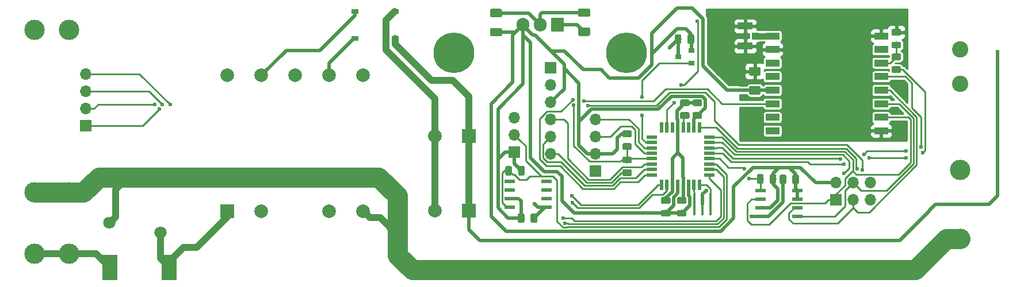
<source format=gtl>
G04 #@! TF.GenerationSoftware,KiCad,Pcbnew,5.0.2-bee76a0~70~ubuntu18.04.1*
G04 #@! TF.CreationDate,2019-01-24T05:23:48+01:00*
G04 #@! TF.ProjectId,radiador,72616469-6164-46f7-922e-6b696361645f,rev?*
G04 #@! TF.SameCoordinates,Original*
G04 #@! TF.FileFunction,Copper,L1,Top*
G04 #@! TF.FilePolarity,Positive*
%FSLAX46Y46*%
G04 Gerber Fmt 4.6, Leading zero omitted, Abs format (unit mm)*
G04 Created by KiCad (PCBNEW 5.0.2-bee76a0~70~ubuntu18.04.1) date jue 24 ene 2019 05:23:48 CET*
%MOMM*%
%LPD*%
G01*
G04 APERTURE LIST*
G04 #@! TA.AperFunction,ComponentPad*
%ADD10O,1.700000X1.700000*%
G04 #@! TD*
G04 #@! TA.AperFunction,ComponentPad*
%ADD11R,1.700000X1.700000*%
G04 #@! TD*
G04 #@! TA.AperFunction,ComponentPad*
%ADD12C,3.000000*%
G04 #@! TD*
G04 #@! TA.AperFunction,ComponentPad*
%ADD13C,2.400000*%
G04 #@! TD*
G04 #@! TA.AperFunction,ComponentPad*
%ADD14R,2.000000X2.000000*%
G04 #@! TD*
G04 #@! TA.AperFunction,ComponentPad*
%ADD15C,2.000000*%
G04 #@! TD*
G04 #@! TA.AperFunction,Conductor*
%ADD16C,0.100000*%
G04 #@! TD*
G04 #@! TA.AperFunction,SMDPad,CuDef*
%ADD17C,0.975000*%
G04 #@! TD*
G04 #@! TA.AperFunction,SMDPad,CuDef*
%ADD18C,1.250000*%
G04 #@! TD*
G04 #@! TA.AperFunction,ComponentPad*
%ADD19C,6.000000*%
G04 #@! TD*
G04 #@! TA.AperFunction,SMDPad,CuDef*
%ADD20R,0.900000X0.800000*%
G04 #@! TD*
G04 #@! TA.AperFunction,SMDPad,CuDef*
%ADD21R,0.550000X1.600000*%
G04 #@! TD*
G04 #@! TA.AperFunction,SMDPad,CuDef*
%ADD22R,1.600000X0.550000*%
G04 #@! TD*
G04 #@! TA.AperFunction,SMDPad,CuDef*
%ADD23R,1.550000X0.600000*%
G04 #@! TD*
G04 #@! TA.AperFunction,ComponentPad*
%ADD24R,1.905000X2.000000*%
G04 #@! TD*
G04 #@! TA.AperFunction,ComponentPad*
%ADD25O,1.905000X2.000000*%
G04 #@! TD*
G04 #@! TA.AperFunction,SMDPad,CuDef*
%ADD26R,0.400000X3.200000*%
G04 #@! TD*
G04 #@! TA.AperFunction,SMDPad,CuDef*
%ADD27R,2.200000X1.050000*%
G04 #@! TD*
G04 #@! TA.AperFunction,SMDPad,CuDef*
%ADD28R,1.050000X1.000000*%
G04 #@! TD*
G04 #@! TA.AperFunction,SMDPad,CuDef*
%ADD29R,2.000000X1.000000*%
G04 #@! TD*
G04 #@! TA.AperFunction,SMDPad,CuDef*
%ADD30R,1.000000X0.700000*%
G04 #@! TD*
G04 #@! TA.AperFunction,ComponentPad*
%ADD31C,1.800000*%
G04 #@! TD*
G04 #@! TA.AperFunction,SMDPad,CuDef*
%ADD32R,2.200000X3.800000*%
G04 #@! TD*
G04 #@! TA.AperFunction,ViaPad*
%ADD33C,0.600000*%
G04 #@! TD*
G04 #@! TA.AperFunction,ViaPad*
%ADD34C,1.000000*%
G04 #@! TD*
G04 #@! TA.AperFunction,Conductor*
%ADD35C,1.000000*%
G04 #@! TD*
G04 #@! TA.AperFunction,Conductor*
%ADD36C,0.900000*%
G04 #@! TD*
G04 #@! TA.AperFunction,Conductor*
%ADD37C,0.500000*%
G04 #@! TD*
G04 #@! TA.AperFunction,Conductor*
%ADD38C,3.000000*%
G04 #@! TD*
G04 #@! TA.AperFunction,Conductor*
%ADD39C,0.250000*%
G04 #@! TD*
G04 #@! TA.AperFunction,Conductor*
%ADD40C,0.254000*%
G04 #@! TD*
G04 APERTURE END LIST*
D10*
G04 #@! TO.P,J6,4*
G04 #@! TO.N,SDA*
X110000000Y-37190000D03*
G04 #@! TO.P,J6,3*
G04 #@! TO.N,SCL*
X110000000Y-39730000D03*
G04 #@! TO.P,J6,2*
G04 #@! TO.N,VCC*
X110000000Y-42270000D03*
D11*
G04 #@! TO.P,J6,1*
G04 #@! TO.N,GND*
X110000000Y-44810000D03*
G04 #@! TD*
D12*
G04 #@! TO.P,U1,1*
G04 #@! TO.N,Net-(J4-Pad1)*
X163703000Y-54864000D03*
G04 #@! TO.P,U1,2*
G04 #@! TO.N,Net-(J5-Pad1)*
X163703000Y-44704000D03*
D13*
G04 #@! TO.P,U1,3*
G04 #@! TO.N,Net-(JP1-Pad1)*
X163703000Y-32004000D03*
G04 #@! TO.P,U1,4*
G04 #@! TO.N,Net-(JP2-Pad2)*
X163703000Y-26924000D03*
G04 #@! TD*
D14*
G04 #@! TO.P,TR1,1*
G04 #@! TO.N,Net-(F1-Pad2)*
X55816500Y-50736500D03*
D15*
G04 #@! TO.P,TR1,2*
G04 #@! TO.N,N/C*
X60816500Y-50736500D03*
G04 #@! TO.P,TR1,4*
X70816500Y-50736500D03*
G04 #@! TO.P,TR1,5*
G04 #@! TO.N,Net-(J4-Pad1)*
X75816500Y-50736500D03*
G04 #@! TO.P,TR1,6*
G04 #@! TO.N,N/C*
X75816500Y-30736500D03*
G04 #@! TO.P,TR1,7*
G04 #@! TO.N,Net-(D1-Pad4)*
X70816500Y-30736500D03*
G04 #@! TO.P,TR1,8*
G04 #@! TO.N,N/C*
X65816500Y-30736500D03*
G04 #@! TO.P,TR1,9*
G04 #@! TO.N,Net-(D1-Pad3)*
X60816500Y-30736500D03*
G04 #@! TO.P,TR1,10*
G04 #@! TO.N,N/C*
X55816500Y-30736500D03*
G04 #@! TD*
D16*
G04 #@! TO.N,VCC*
G04 #@! TO.C,C13*
G36*
X125474473Y-36152234D02*
X125498134Y-36155744D01*
X125521338Y-36161556D01*
X125543860Y-36169614D01*
X125565484Y-36179842D01*
X125586001Y-36192139D01*
X125605214Y-36206389D01*
X125622938Y-36222453D01*
X125639002Y-36240177D01*
X125653252Y-36259390D01*
X125665549Y-36279907D01*
X125675777Y-36301531D01*
X125683835Y-36324053D01*
X125689647Y-36347257D01*
X125693157Y-36370918D01*
X125694331Y-36394810D01*
X125694331Y-36882310D01*
X125693157Y-36906202D01*
X125689647Y-36929863D01*
X125683835Y-36953067D01*
X125675777Y-36975589D01*
X125665549Y-36997213D01*
X125653252Y-37017730D01*
X125639002Y-37036943D01*
X125622938Y-37054667D01*
X125605214Y-37070731D01*
X125586001Y-37084981D01*
X125565484Y-37097278D01*
X125543860Y-37107506D01*
X125521338Y-37115564D01*
X125498134Y-37121376D01*
X125474473Y-37124886D01*
X125450581Y-37126060D01*
X124538081Y-37126060D01*
X124514189Y-37124886D01*
X124490528Y-37121376D01*
X124467324Y-37115564D01*
X124444802Y-37107506D01*
X124423178Y-37097278D01*
X124402661Y-37084981D01*
X124383448Y-37070731D01*
X124365724Y-37054667D01*
X124349660Y-37036943D01*
X124335410Y-37017730D01*
X124323113Y-36997213D01*
X124312885Y-36975589D01*
X124304827Y-36953067D01*
X124299015Y-36929863D01*
X124295505Y-36906202D01*
X124294331Y-36882310D01*
X124294331Y-36394810D01*
X124295505Y-36370918D01*
X124299015Y-36347257D01*
X124304827Y-36324053D01*
X124312885Y-36301531D01*
X124323113Y-36279907D01*
X124335410Y-36259390D01*
X124349660Y-36240177D01*
X124365724Y-36222453D01*
X124383448Y-36206389D01*
X124402661Y-36192139D01*
X124423178Y-36179842D01*
X124444802Y-36169614D01*
X124467324Y-36161556D01*
X124490528Y-36155744D01*
X124514189Y-36152234D01*
X124538081Y-36151060D01*
X125450581Y-36151060D01*
X125474473Y-36152234D01*
X125474473Y-36152234D01*
G37*
D17*
G04 #@! TD*
G04 #@! TO.P,C13,1*
G04 #@! TO.N,VCC*
X124994331Y-36638560D03*
D16*
G04 #@! TO.N,GND*
G04 #@! TO.C,C13*
G36*
X125474473Y-34277234D02*
X125498134Y-34280744D01*
X125521338Y-34286556D01*
X125543860Y-34294614D01*
X125565484Y-34304842D01*
X125586001Y-34317139D01*
X125605214Y-34331389D01*
X125622938Y-34347453D01*
X125639002Y-34365177D01*
X125653252Y-34384390D01*
X125665549Y-34404907D01*
X125675777Y-34426531D01*
X125683835Y-34449053D01*
X125689647Y-34472257D01*
X125693157Y-34495918D01*
X125694331Y-34519810D01*
X125694331Y-35007310D01*
X125693157Y-35031202D01*
X125689647Y-35054863D01*
X125683835Y-35078067D01*
X125675777Y-35100589D01*
X125665549Y-35122213D01*
X125653252Y-35142730D01*
X125639002Y-35161943D01*
X125622938Y-35179667D01*
X125605214Y-35195731D01*
X125586001Y-35209981D01*
X125565484Y-35222278D01*
X125543860Y-35232506D01*
X125521338Y-35240564D01*
X125498134Y-35246376D01*
X125474473Y-35249886D01*
X125450581Y-35251060D01*
X124538081Y-35251060D01*
X124514189Y-35249886D01*
X124490528Y-35246376D01*
X124467324Y-35240564D01*
X124444802Y-35232506D01*
X124423178Y-35222278D01*
X124402661Y-35209981D01*
X124383448Y-35195731D01*
X124365724Y-35179667D01*
X124349660Y-35161943D01*
X124335410Y-35142730D01*
X124323113Y-35122213D01*
X124312885Y-35100589D01*
X124304827Y-35078067D01*
X124299015Y-35054863D01*
X124295505Y-35031202D01*
X124294331Y-35007310D01*
X124294331Y-34519810D01*
X124295505Y-34495918D01*
X124299015Y-34472257D01*
X124304827Y-34449053D01*
X124312885Y-34426531D01*
X124323113Y-34404907D01*
X124335410Y-34384390D01*
X124349660Y-34365177D01*
X124365724Y-34347453D01*
X124383448Y-34331389D01*
X124402661Y-34317139D01*
X124423178Y-34304842D01*
X124444802Y-34294614D01*
X124467324Y-34286556D01*
X124490528Y-34280744D01*
X124514189Y-34277234D01*
X124538081Y-34276060D01*
X125450581Y-34276060D01*
X125474473Y-34277234D01*
X125474473Y-34277234D01*
G37*
D17*
G04 #@! TD*
G04 #@! TO.P,C13,2*
G04 #@! TO.N,GND*
X124994331Y-34763560D03*
D11*
G04 #@! TO.P,J2,1*
G04 #@! TO.N,D3*
X34988500Y-38163500D03*
D10*
G04 #@! TO.P,J2,2*
G04 #@! TO.N,D4*
X34988500Y-35623500D03*
G04 #@! TO.P,J2,3*
G04 #@! TO.N,D5*
X34988500Y-33083500D03*
G04 #@! TO.P,J2,4*
G04 #@! TO.N,D6*
X34988500Y-30543500D03*
G04 #@! TD*
D14*
G04 #@! TO.P,C2,1*
G04 #@! TO.N,VDC*
X91338400Y-39674800D03*
D15*
G04 #@! TO.P,C2,2*
G04 #@! TO.N,GND*
X86338400Y-39674800D03*
G04 #@! TD*
D16*
G04 #@! TO.N,VDC*
G04 #@! TO.C,C4*
G36*
X108988896Y-23657363D02*
X109013165Y-23660963D01*
X109036963Y-23666924D01*
X109060063Y-23675189D01*
X109082241Y-23685679D01*
X109103285Y-23698292D01*
X109122990Y-23712906D01*
X109141169Y-23729382D01*
X109157645Y-23747561D01*
X109172259Y-23767266D01*
X109184872Y-23788310D01*
X109195362Y-23810488D01*
X109203627Y-23833588D01*
X109209588Y-23857386D01*
X109213188Y-23881655D01*
X109214392Y-23906159D01*
X109214392Y-24656159D01*
X109213188Y-24680663D01*
X109209588Y-24704932D01*
X109203627Y-24728730D01*
X109195362Y-24751830D01*
X109184872Y-24774008D01*
X109172259Y-24795052D01*
X109157645Y-24814757D01*
X109141169Y-24832936D01*
X109122990Y-24849412D01*
X109103285Y-24864026D01*
X109082241Y-24876639D01*
X109060063Y-24887129D01*
X109036963Y-24895394D01*
X109013165Y-24901355D01*
X108988896Y-24904955D01*
X108964392Y-24906159D01*
X107714392Y-24906159D01*
X107689888Y-24904955D01*
X107665619Y-24901355D01*
X107641821Y-24895394D01*
X107618721Y-24887129D01*
X107596543Y-24876639D01*
X107575499Y-24864026D01*
X107555794Y-24849412D01*
X107537615Y-24832936D01*
X107521139Y-24814757D01*
X107506525Y-24795052D01*
X107493912Y-24774008D01*
X107483422Y-24751830D01*
X107475157Y-24728730D01*
X107469196Y-24704932D01*
X107465596Y-24680663D01*
X107464392Y-24656159D01*
X107464392Y-23906159D01*
X107465596Y-23881655D01*
X107469196Y-23857386D01*
X107475157Y-23833588D01*
X107483422Y-23810488D01*
X107493912Y-23788310D01*
X107506525Y-23767266D01*
X107521139Y-23747561D01*
X107537615Y-23729382D01*
X107555794Y-23712906D01*
X107575499Y-23698292D01*
X107596543Y-23685679D01*
X107618721Y-23675189D01*
X107641821Y-23666924D01*
X107665619Y-23660963D01*
X107689888Y-23657363D01*
X107714392Y-23656159D01*
X108964392Y-23656159D01*
X108988896Y-23657363D01*
X108988896Y-23657363D01*
G37*
D18*
G04 #@! TD*
G04 #@! TO.P,C4,1*
G04 #@! TO.N,VDC*
X108339392Y-24281159D03*
D16*
G04 #@! TO.N,GND*
G04 #@! TO.C,C4*
G36*
X108988896Y-20857363D02*
X109013165Y-20860963D01*
X109036963Y-20866924D01*
X109060063Y-20875189D01*
X109082241Y-20885679D01*
X109103285Y-20898292D01*
X109122990Y-20912906D01*
X109141169Y-20929382D01*
X109157645Y-20947561D01*
X109172259Y-20967266D01*
X109184872Y-20988310D01*
X109195362Y-21010488D01*
X109203627Y-21033588D01*
X109209588Y-21057386D01*
X109213188Y-21081655D01*
X109214392Y-21106159D01*
X109214392Y-21856159D01*
X109213188Y-21880663D01*
X109209588Y-21904932D01*
X109203627Y-21928730D01*
X109195362Y-21951830D01*
X109184872Y-21974008D01*
X109172259Y-21995052D01*
X109157645Y-22014757D01*
X109141169Y-22032936D01*
X109122990Y-22049412D01*
X109103285Y-22064026D01*
X109082241Y-22076639D01*
X109060063Y-22087129D01*
X109036963Y-22095394D01*
X109013165Y-22101355D01*
X108988896Y-22104955D01*
X108964392Y-22106159D01*
X107714392Y-22106159D01*
X107689888Y-22104955D01*
X107665619Y-22101355D01*
X107641821Y-22095394D01*
X107618721Y-22087129D01*
X107596543Y-22076639D01*
X107575499Y-22064026D01*
X107555794Y-22049412D01*
X107537615Y-22032936D01*
X107521139Y-22014757D01*
X107506525Y-21995052D01*
X107493912Y-21974008D01*
X107483422Y-21951830D01*
X107475157Y-21928730D01*
X107469196Y-21904932D01*
X107465596Y-21880663D01*
X107464392Y-21856159D01*
X107464392Y-21106159D01*
X107465596Y-21081655D01*
X107469196Y-21057386D01*
X107475157Y-21033588D01*
X107483422Y-21010488D01*
X107493912Y-20988310D01*
X107506525Y-20967266D01*
X107521139Y-20947561D01*
X107537615Y-20929382D01*
X107555794Y-20912906D01*
X107575499Y-20898292D01*
X107596543Y-20885679D01*
X107618721Y-20875189D01*
X107641821Y-20866924D01*
X107665619Y-20860963D01*
X107689888Y-20857363D01*
X107714392Y-20856159D01*
X108964392Y-20856159D01*
X108988896Y-20857363D01*
X108988896Y-20857363D01*
G37*
D18*
G04 #@! TD*
G04 #@! TO.P,C4,2*
G04 #@! TO.N,GND*
X108339392Y-21481159D03*
D16*
G04 #@! TO.N,VCC*
G04 #@! TO.C,R7*
G36*
X99376142Y-44094074D02*
X99399803Y-44097584D01*
X99423007Y-44103396D01*
X99445529Y-44111454D01*
X99467153Y-44121682D01*
X99487670Y-44133979D01*
X99506883Y-44148229D01*
X99524607Y-44164293D01*
X99540671Y-44182017D01*
X99554921Y-44201230D01*
X99567218Y-44221747D01*
X99577446Y-44243371D01*
X99585504Y-44265893D01*
X99591316Y-44289097D01*
X99594826Y-44312758D01*
X99596000Y-44336650D01*
X99596000Y-45249150D01*
X99594826Y-45273042D01*
X99591316Y-45296703D01*
X99585504Y-45319907D01*
X99577446Y-45342429D01*
X99567218Y-45364053D01*
X99554921Y-45384570D01*
X99540671Y-45403783D01*
X99524607Y-45421507D01*
X99506883Y-45437571D01*
X99487670Y-45451821D01*
X99467153Y-45464118D01*
X99445529Y-45474346D01*
X99423007Y-45482404D01*
X99399803Y-45488216D01*
X99376142Y-45491726D01*
X99352250Y-45492900D01*
X98864750Y-45492900D01*
X98840858Y-45491726D01*
X98817197Y-45488216D01*
X98793993Y-45482404D01*
X98771471Y-45474346D01*
X98749847Y-45464118D01*
X98729330Y-45451821D01*
X98710117Y-45437571D01*
X98692393Y-45421507D01*
X98676329Y-45403783D01*
X98662079Y-45384570D01*
X98649782Y-45364053D01*
X98639554Y-45342429D01*
X98631496Y-45319907D01*
X98625684Y-45296703D01*
X98622174Y-45273042D01*
X98621000Y-45249150D01*
X98621000Y-44336650D01*
X98622174Y-44312758D01*
X98625684Y-44289097D01*
X98631496Y-44265893D01*
X98639554Y-44243371D01*
X98649782Y-44221747D01*
X98662079Y-44201230D01*
X98676329Y-44182017D01*
X98692393Y-44164293D01*
X98710117Y-44148229D01*
X98729330Y-44133979D01*
X98749847Y-44121682D01*
X98771471Y-44111454D01*
X98793993Y-44103396D01*
X98817197Y-44097584D01*
X98840858Y-44094074D01*
X98864750Y-44092900D01*
X99352250Y-44092900D01*
X99376142Y-44094074D01*
X99376142Y-44094074D01*
G37*
D17*
G04 #@! TD*
G04 #@! TO.P,R7,1*
G04 #@! TO.N,VCC*
X99108500Y-44792900D03*
D16*
G04 #@! TO.N,D7*
G04 #@! TO.C,R7*
G36*
X97501142Y-44094074D02*
X97524803Y-44097584D01*
X97548007Y-44103396D01*
X97570529Y-44111454D01*
X97592153Y-44121682D01*
X97612670Y-44133979D01*
X97631883Y-44148229D01*
X97649607Y-44164293D01*
X97665671Y-44182017D01*
X97679921Y-44201230D01*
X97692218Y-44221747D01*
X97702446Y-44243371D01*
X97710504Y-44265893D01*
X97716316Y-44289097D01*
X97719826Y-44312758D01*
X97721000Y-44336650D01*
X97721000Y-45249150D01*
X97719826Y-45273042D01*
X97716316Y-45296703D01*
X97710504Y-45319907D01*
X97702446Y-45342429D01*
X97692218Y-45364053D01*
X97679921Y-45384570D01*
X97665671Y-45403783D01*
X97649607Y-45421507D01*
X97631883Y-45437571D01*
X97612670Y-45451821D01*
X97592153Y-45464118D01*
X97570529Y-45474346D01*
X97548007Y-45482404D01*
X97524803Y-45488216D01*
X97501142Y-45491726D01*
X97477250Y-45492900D01*
X96989750Y-45492900D01*
X96965858Y-45491726D01*
X96942197Y-45488216D01*
X96918993Y-45482404D01*
X96896471Y-45474346D01*
X96874847Y-45464118D01*
X96854330Y-45451821D01*
X96835117Y-45437571D01*
X96817393Y-45421507D01*
X96801329Y-45403783D01*
X96787079Y-45384570D01*
X96774782Y-45364053D01*
X96764554Y-45342429D01*
X96756496Y-45319907D01*
X96750684Y-45296703D01*
X96747174Y-45273042D01*
X96746000Y-45249150D01*
X96746000Y-44336650D01*
X96747174Y-44312758D01*
X96750684Y-44289097D01*
X96756496Y-44265893D01*
X96764554Y-44243371D01*
X96774782Y-44221747D01*
X96787079Y-44201230D01*
X96801329Y-44182017D01*
X96817393Y-44164293D01*
X96835117Y-44148229D01*
X96854330Y-44133979D01*
X96874847Y-44121682D01*
X96896471Y-44111454D01*
X96918993Y-44103396D01*
X96942197Y-44097584D01*
X96965858Y-44094074D01*
X96989750Y-44092900D01*
X97477250Y-44092900D01*
X97501142Y-44094074D01*
X97501142Y-44094074D01*
G37*
D17*
G04 #@! TD*
G04 #@! TO.P,R7,2*
G04 #@! TO.N,D7*
X97233500Y-44792900D03*
D16*
G04 #@! TO.N,GND*
G04 #@! TO.C,C3*
G36*
X134108061Y-29504925D02*
X134132330Y-29508525D01*
X134156128Y-29514486D01*
X134179228Y-29522751D01*
X134201406Y-29533241D01*
X134222450Y-29545854D01*
X134242155Y-29560468D01*
X134260334Y-29576944D01*
X134276810Y-29595123D01*
X134291424Y-29614828D01*
X134304037Y-29635872D01*
X134314527Y-29658050D01*
X134322792Y-29681150D01*
X134328753Y-29704948D01*
X134332353Y-29729217D01*
X134333557Y-29753721D01*
X134333557Y-30503721D01*
X134332353Y-30528225D01*
X134328753Y-30552494D01*
X134322792Y-30576292D01*
X134314527Y-30599392D01*
X134304037Y-30621570D01*
X134291424Y-30642614D01*
X134276810Y-30662319D01*
X134260334Y-30680498D01*
X134242155Y-30696974D01*
X134222450Y-30711588D01*
X134201406Y-30724201D01*
X134179228Y-30734691D01*
X134156128Y-30742956D01*
X134132330Y-30748917D01*
X134108061Y-30752517D01*
X134083557Y-30753721D01*
X132833557Y-30753721D01*
X132809053Y-30752517D01*
X132784784Y-30748917D01*
X132760986Y-30742956D01*
X132737886Y-30734691D01*
X132715708Y-30724201D01*
X132694664Y-30711588D01*
X132674959Y-30696974D01*
X132656780Y-30680498D01*
X132640304Y-30662319D01*
X132625690Y-30642614D01*
X132613077Y-30621570D01*
X132602587Y-30599392D01*
X132594322Y-30576292D01*
X132588361Y-30552494D01*
X132584761Y-30528225D01*
X132583557Y-30503721D01*
X132583557Y-29753721D01*
X132584761Y-29729217D01*
X132588361Y-29704948D01*
X132594322Y-29681150D01*
X132602587Y-29658050D01*
X132613077Y-29635872D01*
X132625690Y-29614828D01*
X132640304Y-29595123D01*
X132656780Y-29576944D01*
X132674959Y-29560468D01*
X132694664Y-29545854D01*
X132715708Y-29533241D01*
X132737886Y-29522751D01*
X132760986Y-29514486D01*
X132784784Y-29508525D01*
X132809053Y-29504925D01*
X132833557Y-29503721D01*
X134083557Y-29503721D01*
X134108061Y-29504925D01*
X134108061Y-29504925D01*
G37*
D18*
G04 #@! TD*
G04 #@! TO.P,C3,2*
G04 #@! TO.N,GND*
X133458557Y-30128721D03*
D16*
G04 #@! TO.N,VCC*
G04 #@! TO.C,C3*
G36*
X134108061Y-32304925D02*
X134132330Y-32308525D01*
X134156128Y-32314486D01*
X134179228Y-32322751D01*
X134201406Y-32333241D01*
X134222450Y-32345854D01*
X134242155Y-32360468D01*
X134260334Y-32376944D01*
X134276810Y-32395123D01*
X134291424Y-32414828D01*
X134304037Y-32435872D01*
X134314527Y-32458050D01*
X134322792Y-32481150D01*
X134328753Y-32504948D01*
X134332353Y-32529217D01*
X134333557Y-32553721D01*
X134333557Y-33303721D01*
X134332353Y-33328225D01*
X134328753Y-33352494D01*
X134322792Y-33376292D01*
X134314527Y-33399392D01*
X134304037Y-33421570D01*
X134291424Y-33442614D01*
X134276810Y-33462319D01*
X134260334Y-33480498D01*
X134242155Y-33496974D01*
X134222450Y-33511588D01*
X134201406Y-33524201D01*
X134179228Y-33534691D01*
X134156128Y-33542956D01*
X134132330Y-33548917D01*
X134108061Y-33552517D01*
X134083557Y-33553721D01*
X132833557Y-33553721D01*
X132809053Y-33552517D01*
X132784784Y-33548917D01*
X132760986Y-33542956D01*
X132737886Y-33534691D01*
X132715708Y-33524201D01*
X132694664Y-33511588D01*
X132674959Y-33496974D01*
X132656780Y-33480498D01*
X132640304Y-33462319D01*
X132625690Y-33442614D01*
X132613077Y-33421570D01*
X132602587Y-33399392D01*
X132594322Y-33376292D01*
X132588361Y-33352494D01*
X132584761Y-33328225D01*
X132583557Y-33303721D01*
X132583557Y-32553721D01*
X132584761Y-32529217D01*
X132588361Y-32504948D01*
X132594322Y-32481150D01*
X132602587Y-32458050D01*
X132613077Y-32435872D01*
X132625690Y-32414828D01*
X132640304Y-32395123D01*
X132656780Y-32376944D01*
X132674959Y-32360468D01*
X132694664Y-32345854D01*
X132715708Y-32333241D01*
X132737886Y-32322751D01*
X132760986Y-32314486D01*
X132784784Y-32308525D01*
X132809053Y-32304925D01*
X132833557Y-32303721D01*
X134083557Y-32303721D01*
X134108061Y-32304925D01*
X134108061Y-32304925D01*
G37*
D18*
G04 #@! TD*
G04 #@! TO.P,C3,1*
G04 #@! TO.N,VCC*
X133458557Y-32928721D03*
D19*
G04 #@! TO.P,HS1,1*
G04 #@! TO.N,N/C*
X89162392Y-27389659D03*
X114562392Y-27389659D03*
G04 #@! TD*
D20*
G04 #@! TO.P,U6,1*
G04 #@! TO.N,A3*
X124165341Y-28923200D03*
G04 #@! TO.P,U6,2*
G04 #@! TO.N,VCC*
X124165341Y-27023200D03*
G04 #@! TO.P,U6,3*
G04 #@! TO.N,GND*
X122165341Y-27973200D03*
G04 #@! TD*
D16*
G04 #@! TO.N,D8*
G04 #@! TO.C,R3*
G36*
X134527483Y-45301227D02*
X134551144Y-45304737D01*
X134574348Y-45310549D01*
X134596870Y-45318607D01*
X134618494Y-45328835D01*
X134639011Y-45341132D01*
X134658224Y-45355382D01*
X134675948Y-45371446D01*
X134692012Y-45389170D01*
X134706262Y-45408383D01*
X134718559Y-45428900D01*
X134728787Y-45450524D01*
X134736845Y-45473046D01*
X134742657Y-45496250D01*
X134746167Y-45519911D01*
X134747341Y-45543803D01*
X134747341Y-46456303D01*
X134746167Y-46480195D01*
X134742657Y-46503856D01*
X134736845Y-46527060D01*
X134728787Y-46549582D01*
X134718559Y-46571206D01*
X134706262Y-46591723D01*
X134692012Y-46610936D01*
X134675948Y-46628660D01*
X134658224Y-46644724D01*
X134639011Y-46658974D01*
X134618494Y-46671271D01*
X134596870Y-46681499D01*
X134574348Y-46689557D01*
X134551144Y-46695369D01*
X134527483Y-46698879D01*
X134503591Y-46700053D01*
X134016091Y-46700053D01*
X133992199Y-46698879D01*
X133968538Y-46695369D01*
X133945334Y-46689557D01*
X133922812Y-46681499D01*
X133901188Y-46671271D01*
X133880671Y-46658974D01*
X133861458Y-46644724D01*
X133843734Y-46628660D01*
X133827670Y-46610936D01*
X133813420Y-46591723D01*
X133801123Y-46571206D01*
X133790895Y-46549582D01*
X133782837Y-46527060D01*
X133777025Y-46503856D01*
X133773515Y-46480195D01*
X133772341Y-46456303D01*
X133772341Y-45543803D01*
X133773515Y-45519911D01*
X133777025Y-45496250D01*
X133782837Y-45473046D01*
X133790895Y-45450524D01*
X133801123Y-45428900D01*
X133813420Y-45408383D01*
X133827670Y-45389170D01*
X133843734Y-45371446D01*
X133861458Y-45355382D01*
X133880671Y-45341132D01*
X133901188Y-45328835D01*
X133922812Y-45318607D01*
X133945334Y-45310549D01*
X133968538Y-45304737D01*
X133992199Y-45301227D01*
X134016091Y-45300053D01*
X134503591Y-45300053D01*
X134527483Y-45301227D01*
X134527483Y-45301227D01*
G37*
D17*
G04 #@! TD*
G04 #@! TO.P,R3,2*
G04 #@! TO.N,D8*
X134259841Y-46000053D03*
D16*
G04 #@! TO.N,VCC*
G04 #@! TO.C,R3*
G36*
X136402483Y-45301227D02*
X136426144Y-45304737D01*
X136449348Y-45310549D01*
X136471870Y-45318607D01*
X136493494Y-45328835D01*
X136514011Y-45341132D01*
X136533224Y-45355382D01*
X136550948Y-45371446D01*
X136567012Y-45389170D01*
X136581262Y-45408383D01*
X136593559Y-45428900D01*
X136603787Y-45450524D01*
X136611845Y-45473046D01*
X136617657Y-45496250D01*
X136621167Y-45519911D01*
X136622341Y-45543803D01*
X136622341Y-46456303D01*
X136621167Y-46480195D01*
X136617657Y-46503856D01*
X136611845Y-46527060D01*
X136603787Y-46549582D01*
X136593559Y-46571206D01*
X136581262Y-46591723D01*
X136567012Y-46610936D01*
X136550948Y-46628660D01*
X136533224Y-46644724D01*
X136514011Y-46658974D01*
X136493494Y-46671271D01*
X136471870Y-46681499D01*
X136449348Y-46689557D01*
X136426144Y-46695369D01*
X136402483Y-46698879D01*
X136378591Y-46700053D01*
X135891091Y-46700053D01*
X135867199Y-46698879D01*
X135843538Y-46695369D01*
X135820334Y-46689557D01*
X135797812Y-46681499D01*
X135776188Y-46671271D01*
X135755671Y-46658974D01*
X135736458Y-46644724D01*
X135718734Y-46628660D01*
X135702670Y-46610936D01*
X135688420Y-46591723D01*
X135676123Y-46571206D01*
X135665895Y-46549582D01*
X135657837Y-46527060D01*
X135652025Y-46503856D01*
X135648515Y-46480195D01*
X135647341Y-46456303D01*
X135647341Y-45543803D01*
X135648515Y-45519911D01*
X135652025Y-45496250D01*
X135657837Y-45473046D01*
X135665895Y-45450524D01*
X135676123Y-45428900D01*
X135688420Y-45408383D01*
X135702670Y-45389170D01*
X135718734Y-45371446D01*
X135736458Y-45355382D01*
X135755671Y-45341132D01*
X135776188Y-45328835D01*
X135797812Y-45318607D01*
X135820334Y-45310549D01*
X135843538Y-45304737D01*
X135867199Y-45301227D01*
X135891091Y-45300053D01*
X136378591Y-45300053D01*
X136402483Y-45301227D01*
X136402483Y-45301227D01*
G37*
D17*
G04 #@! TD*
G04 #@! TO.P,R3,1*
G04 #@! TO.N,VCC*
X136134841Y-46000053D03*
D21*
G04 #@! TO.P,U7,1*
G04 #@! TO.N,D3*
X119717831Y-46872560D03*
G04 #@! TO.P,U7,2*
G04 #@! TO.N,D4*
X120517831Y-46872560D03*
G04 #@! TO.P,U7,3*
G04 #@! TO.N,GND*
X121317831Y-46872560D03*
G04 #@! TO.P,U7,4*
G04 #@! TO.N,VCC*
X122117831Y-46872560D03*
G04 #@! TO.P,U7,5*
G04 #@! TO.N,GND*
X122917831Y-46872560D03*
G04 #@! TO.P,U7,6*
G04 #@! TO.N,VCC*
X123717831Y-46872560D03*
G04 #@! TO.P,U7,7*
G04 #@! TO.N,Net-(U7-Pad7)*
X124517831Y-46872560D03*
G04 #@! TO.P,U7,8*
G04 #@! TO.N,Net-(U7-Pad8)*
X125317831Y-46872560D03*
D22*
G04 #@! TO.P,U7,9*
G04 #@! TO.N,D5*
X126767831Y-45422560D03*
G04 #@! TO.P,U7,10*
G04 #@! TO.N,D6*
X126767831Y-44622560D03*
G04 #@! TO.P,U7,11*
G04 #@! TO.N,D7*
X126767831Y-43822560D03*
G04 #@! TO.P,U7,12*
G04 #@! TO.N,D8*
X126767831Y-43022560D03*
G04 #@! TO.P,U7,13*
G04 #@! TO.N,CE*
X126767831Y-42222560D03*
G04 #@! TO.P,U7,14*
G04 #@! TO.N,D10*
X126767831Y-41422560D03*
G04 #@! TO.P,U7,15*
G04 #@! TO.N,MOSI*
X126767831Y-40622560D03*
G04 #@! TO.P,U7,16*
G04 #@! TO.N,MISO*
X126767831Y-39822560D03*
D21*
G04 #@! TO.P,U7,17*
G04 #@! TO.N,SCK*
X125317831Y-38372560D03*
G04 #@! TO.P,U7,18*
G04 #@! TO.N,VCC*
X124517831Y-38372560D03*
G04 #@! TO.P,U7,19*
G04 #@! TO.N,Net-(U7-Pad19)*
X123717831Y-38372560D03*
G04 #@! TO.P,U7,20*
G04 #@! TO.N,Net-(C10-Pad1)*
X122917831Y-38372560D03*
G04 #@! TO.P,U7,21*
G04 #@! TO.N,GND*
X122117831Y-38372560D03*
G04 #@! TO.P,U7,22*
G04 #@! TO.N,Net-(U7-Pad22)*
X121317831Y-38372560D03*
G04 #@! TO.P,U7,23*
G04 #@! TO.N,A0*
X120517831Y-38372560D03*
G04 #@! TO.P,U7,24*
G04 #@! TO.N,A1*
X119717831Y-38372560D03*
D22*
G04 #@! TO.P,U7,25*
G04 #@! TO.N,A2*
X118267831Y-39822560D03*
G04 #@! TO.P,U7,26*
G04 #@! TO.N,A3*
X118267831Y-40622560D03*
G04 #@! TO.P,U7,27*
G04 #@! TO.N,SDA*
X118267831Y-41422560D03*
G04 #@! TO.P,U7,28*
G04 #@! TO.N,SCL*
X118267831Y-42222560D03*
G04 #@! TO.P,U7,29*
G04 #@! TO.N,RST*
X118267831Y-43022560D03*
G04 #@! TO.P,U7,30*
G04 #@! TO.N,RXD*
X118267831Y-43822560D03*
G04 #@! TO.P,U7,31*
G04 #@! TO.N,TXD*
X118267831Y-44622560D03*
G04 #@! TO.P,U7,32*
G04 #@! TO.N,D2*
X118267831Y-45422560D03*
G04 #@! TD*
D23*
G04 #@! TO.P,U5,1*
G04 #@! TO.N,D8*
X134338841Y-47714553D03*
G04 #@! TO.P,U5,2*
G04 #@! TO.N,MISO*
X134338841Y-48984553D03*
G04 #@! TO.P,U5,3*
G04 #@! TO.N,VCC*
X134338841Y-50254553D03*
G04 #@! TO.P,U5,4*
G04 #@! TO.N,GND*
X134338841Y-51524553D03*
G04 #@! TO.P,U5,5*
G04 #@! TO.N,MOSI*
X139738841Y-51524553D03*
G04 #@! TO.P,U5,6*
G04 #@! TO.N,SCK*
X139738841Y-50254553D03*
G04 #@! TO.P,U5,7*
G04 #@! TO.N,VCC*
X139738841Y-48984553D03*
G04 #@! TO.P,U5,8*
X139738841Y-47714553D03*
G04 #@! TD*
D16*
G04 #@! TO.N,GND*
G04 #@! TO.C,R6*
G36*
X154766699Y-23881895D02*
X154790360Y-23885405D01*
X154813564Y-23891217D01*
X154836086Y-23899275D01*
X154857710Y-23909503D01*
X154878227Y-23921800D01*
X154897440Y-23936050D01*
X154915164Y-23952114D01*
X154931228Y-23969838D01*
X154945478Y-23989051D01*
X154957775Y-24009568D01*
X154968003Y-24031192D01*
X154976061Y-24053714D01*
X154981873Y-24076918D01*
X154985383Y-24100579D01*
X154986557Y-24124471D01*
X154986557Y-24611971D01*
X154985383Y-24635863D01*
X154981873Y-24659524D01*
X154976061Y-24682728D01*
X154968003Y-24705250D01*
X154957775Y-24726874D01*
X154945478Y-24747391D01*
X154931228Y-24766604D01*
X154915164Y-24784328D01*
X154897440Y-24800392D01*
X154878227Y-24814642D01*
X154857710Y-24826939D01*
X154836086Y-24837167D01*
X154813564Y-24845225D01*
X154790360Y-24851037D01*
X154766699Y-24854547D01*
X154742807Y-24855721D01*
X153830307Y-24855721D01*
X153806415Y-24854547D01*
X153782754Y-24851037D01*
X153759550Y-24845225D01*
X153737028Y-24837167D01*
X153715404Y-24826939D01*
X153694887Y-24814642D01*
X153675674Y-24800392D01*
X153657950Y-24784328D01*
X153641886Y-24766604D01*
X153627636Y-24747391D01*
X153615339Y-24726874D01*
X153605111Y-24705250D01*
X153597053Y-24682728D01*
X153591241Y-24659524D01*
X153587731Y-24635863D01*
X153586557Y-24611971D01*
X153586557Y-24124471D01*
X153587731Y-24100579D01*
X153591241Y-24076918D01*
X153597053Y-24053714D01*
X153605111Y-24031192D01*
X153615339Y-24009568D01*
X153627636Y-23989051D01*
X153641886Y-23969838D01*
X153657950Y-23952114D01*
X153675674Y-23936050D01*
X153694887Y-23921800D01*
X153715404Y-23909503D01*
X153737028Y-23899275D01*
X153759550Y-23891217D01*
X153782754Y-23885405D01*
X153806415Y-23881895D01*
X153830307Y-23880721D01*
X154742807Y-23880721D01*
X154766699Y-23881895D01*
X154766699Y-23881895D01*
G37*
D17*
G04 #@! TD*
G04 #@! TO.P,R6,2*
G04 #@! TO.N,GND*
X154286557Y-24368221D03*
D16*
G04 #@! TO.N,Net-(R5-Pad1)*
G04 #@! TO.C,R6*
G36*
X154766699Y-25756895D02*
X154790360Y-25760405D01*
X154813564Y-25766217D01*
X154836086Y-25774275D01*
X154857710Y-25784503D01*
X154878227Y-25796800D01*
X154897440Y-25811050D01*
X154915164Y-25827114D01*
X154931228Y-25844838D01*
X154945478Y-25864051D01*
X154957775Y-25884568D01*
X154968003Y-25906192D01*
X154976061Y-25928714D01*
X154981873Y-25951918D01*
X154985383Y-25975579D01*
X154986557Y-25999471D01*
X154986557Y-26486971D01*
X154985383Y-26510863D01*
X154981873Y-26534524D01*
X154976061Y-26557728D01*
X154968003Y-26580250D01*
X154957775Y-26601874D01*
X154945478Y-26622391D01*
X154931228Y-26641604D01*
X154915164Y-26659328D01*
X154897440Y-26675392D01*
X154878227Y-26689642D01*
X154857710Y-26701939D01*
X154836086Y-26712167D01*
X154813564Y-26720225D01*
X154790360Y-26726037D01*
X154766699Y-26729547D01*
X154742807Y-26730721D01*
X153830307Y-26730721D01*
X153806415Y-26729547D01*
X153782754Y-26726037D01*
X153759550Y-26720225D01*
X153737028Y-26712167D01*
X153715404Y-26701939D01*
X153694887Y-26689642D01*
X153675674Y-26675392D01*
X153657950Y-26659328D01*
X153641886Y-26641604D01*
X153627636Y-26622391D01*
X153615339Y-26601874D01*
X153605111Y-26580250D01*
X153597053Y-26557728D01*
X153591241Y-26534524D01*
X153587731Y-26510863D01*
X153586557Y-26486971D01*
X153586557Y-25999471D01*
X153587731Y-25975579D01*
X153591241Y-25951918D01*
X153597053Y-25928714D01*
X153605111Y-25906192D01*
X153615339Y-25884568D01*
X153627636Y-25864051D01*
X153641886Y-25844838D01*
X153657950Y-25827114D01*
X153675674Y-25811050D01*
X153694887Y-25796800D01*
X153715404Y-25784503D01*
X153737028Y-25774275D01*
X153759550Y-25766217D01*
X153782754Y-25760405D01*
X153806415Y-25756895D01*
X153830307Y-25755721D01*
X154742807Y-25755721D01*
X154766699Y-25756895D01*
X154766699Y-25756895D01*
G37*
D17*
G04 #@! TD*
G04 #@! TO.P,R6,1*
G04 #@! TO.N,Net-(R5-Pad1)*
X154286557Y-26243221D03*
D24*
G04 #@! TO.P,U4,1*
G04 #@! TO.N,VDC*
X104402392Y-23262159D03*
D25*
G04 #@! TO.P,U4,2*
G04 #@! TO.N,GND*
X101862392Y-23262159D03*
G04 #@! TO.P,U4,3*
G04 #@! TO.N,VCC*
X99322392Y-23262159D03*
G04 #@! TD*
D23*
G04 #@! TO.P,U2,8*
G04 #@! TO.N,Net-(U2-Pad8)*
X102808380Y-46330300D03*
G04 #@! TO.P,U2,7*
G04 #@! TO.N,Net-(U2-Pad7)*
X102808380Y-47600300D03*
G04 #@! TO.P,U2,6*
G04 #@! TO.N,Net-(U2-Pad6)*
X102808380Y-48870300D03*
G04 #@! TO.P,U2,5*
G04 #@! TO.N,GND*
X102808380Y-50140300D03*
G04 #@! TO.P,U2,4*
G04 #@! TO.N,D7*
X97408380Y-50140300D03*
G04 #@! TO.P,U2,3*
G04 #@! TO.N,VCC*
X97408380Y-48870300D03*
G04 #@! TO.P,U2,2*
G04 #@! TO.N,Net-(U2-Pad2)*
X97408380Y-47600300D03*
G04 #@! TO.P,U2,1*
G04 #@! TO.N,Net-(U2-Pad1)*
X97408380Y-46330300D03*
G04 #@! TD*
D26*
G04 #@! TO.P,Y1,1*
G04 #@! TO.N,Net-(U7-Pad8)*
X126956331Y-49734560D03*
G04 #@! TO.P,Y1,2*
G04 #@! TO.N,GND*
X125756331Y-49734560D03*
G04 #@! TO.P,Y1,3*
G04 #@! TO.N,Net-(U7-Pad7)*
X124556331Y-49734560D03*
G04 #@! TD*
D11*
G04 #@! TO.P,J8,1*
G04 #@! TO.N,MISO*
X145389600Y-49072800D03*
D10*
G04 #@! TO.P,J8,2*
G04 #@! TO.N,VCC*
X145389600Y-46532800D03*
G04 #@! TO.P,J8,3*
G04 #@! TO.N,SCK*
X147929600Y-49072800D03*
G04 #@! TO.P,J8,4*
G04 #@! TO.N,MOSI*
X147929600Y-46532800D03*
G04 #@! TO.P,J8,5*
G04 #@! TO.N,RST*
X150469600Y-49072800D03*
G04 #@! TO.P,J8,6*
G04 #@! TO.N,GND*
X150469600Y-46532800D03*
G04 #@! TD*
D14*
G04 #@! TO.P,C12,1*
G04 #@! TO.N,VDC*
X91389200Y-50647600D03*
D15*
G04 #@! TO.P,C12,2*
G04 #@! TO.N,GND*
X86389200Y-50647600D03*
G04 #@! TD*
D16*
G04 #@! TO.N,GND*
G04 #@! TO.C,C9*
G36*
X120838973Y-48691734D02*
X120862634Y-48695244D01*
X120885838Y-48701056D01*
X120908360Y-48709114D01*
X120929984Y-48719342D01*
X120950501Y-48731639D01*
X120969714Y-48745889D01*
X120987438Y-48761953D01*
X121003502Y-48779677D01*
X121017752Y-48798890D01*
X121030049Y-48819407D01*
X121040277Y-48841031D01*
X121048335Y-48863553D01*
X121054147Y-48886757D01*
X121057657Y-48910418D01*
X121058831Y-48934310D01*
X121058831Y-49421810D01*
X121057657Y-49445702D01*
X121054147Y-49469363D01*
X121048335Y-49492567D01*
X121040277Y-49515089D01*
X121030049Y-49536713D01*
X121017752Y-49557230D01*
X121003502Y-49576443D01*
X120987438Y-49594167D01*
X120969714Y-49610231D01*
X120950501Y-49624481D01*
X120929984Y-49636778D01*
X120908360Y-49647006D01*
X120885838Y-49655064D01*
X120862634Y-49660876D01*
X120838973Y-49664386D01*
X120815081Y-49665560D01*
X119902581Y-49665560D01*
X119878689Y-49664386D01*
X119855028Y-49660876D01*
X119831824Y-49655064D01*
X119809302Y-49647006D01*
X119787678Y-49636778D01*
X119767161Y-49624481D01*
X119747948Y-49610231D01*
X119730224Y-49594167D01*
X119714160Y-49576443D01*
X119699910Y-49557230D01*
X119687613Y-49536713D01*
X119677385Y-49515089D01*
X119669327Y-49492567D01*
X119663515Y-49469363D01*
X119660005Y-49445702D01*
X119658831Y-49421810D01*
X119658831Y-48934310D01*
X119660005Y-48910418D01*
X119663515Y-48886757D01*
X119669327Y-48863553D01*
X119677385Y-48841031D01*
X119687613Y-48819407D01*
X119699910Y-48798890D01*
X119714160Y-48779677D01*
X119730224Y-48761953D01*
X119747948Y-48745889D01*
X119767161Y-48731639D01*
X119787678Y-48719342D01*
X119809302Y-48709114D01*
X119831824Y-48701056D01*
X119855028Y-48695244D01*
X119878689Y-48691734D01*
X119902581Y-48690560D01*
X120815081Y-48690560D01*
X120838973Y-48691734D01*
X120838973Y-48691734D01*
G37*
D17*
G04 #@! TD*
G04 #@! TO.P,C9,2*
G04 #@! TO.N,GND*
X120358831Y-49178060D03*
D16*
G04 #@! TO.N,VCC*
G04 #@! TO.C,C9*
G36*
X120838973Y-50566734D02*
X120862634Y-50570244D01*
X120885838Y-50576056D01*
X120908360Y-50584114D01*
X120929984Y-50594342D01*
X120950501Y-50606639D01*
X120969714Y-50620889D01*
X120987438Y-50636953D01*
X121003502Y-50654677D01*
X121017752Y-50673890D01*
X121030049Y-50694407D01*
X121040277Y-50716031D01*
X121048335Y-50738553D01*
X121054147Y-50761757D01*
X121057657Y-50785418D01*
X121058831Y-50809310D01*
X121058831Y-51296810D01*
X121057657Y-51320702D01*
X121054147Y-51344363D01*
X121048335Y-51367567D01*
X121040277Y-51390089D01*
X121030049Y-51411713D01*
X121017752Y-51432230D01*
X121003502Y-51451443D01*
X120987438Y-51469167D01*
X120969714Y-51485231D01*
X120950501Y-51499481D01*
X120929984Y-51511778D01*
X120908360Y-51522006D01*
X120885838Y-51530064D01*
X120862634Y-51535876D01*
X120838973Y-51539386D01*
X120815081Y-51540560D01*
X119902581Y-51540560D01*
X119878689Y-51539386D01*
X119855028Y-51535876D01*
X119831824Y-51530064D01*
X119809302Y-51522006D01*
X119787678Y-51511778D01*
X119767161Y-51499481D01*
X119747948Y-51485231D01*
X119730224Y-51469167D01*
X119714160Y-51451443D01*
X119699910Y-51432230D01*
X119687613Y-51411713D01*
X119677385Y-51390089D01*
X119669327Y-51367567D01*
X119663515Y-51344363D01*
X119660005Y-51320702D01*
X119658831Y-51296810D01*
X119658831Y-50809310D01*
X119660005Y-50785418D01*
X119663515Y-50761757D01*
X119669327Y-50738553D01*
X119677385Y-50716031D01*
X119687613Y-50694407D01*
X119699910Y-50673890D01*
X119714160Y-50654677D01*
X119730224Y-50636953D01*
X119747948Y-50620889D01*
X119767161Y-50606639D01*
X119787678Y-50594342D01*
X119809302Y-50584114D01*
X119831824Y-50576056D01*
X119855028Y-50570244D01*
X119878689Y-50566734D01*
X119902581Y-50565560D01*
X120815081Y-50565560D01*
X120838973Y-50566734D01*
X120838973Y-50566734D01*
G37*
D17*
G04 #@! TD*
G04 #@! TO.P,C9,1*
G04 #@! TO.N,VCC*
X120358831Y-51053060D03*
D11*
G04 #@! TO.P,J7,1*
G04 #@! TO.N,GND*
X103428800Y-29616400D03*
D10*
G04 #@! TO.P,J7,2*
X103428800Y-32156400D03*
G04 #@! TO.P,J7,3*
G04 #@! TO.N,VCC*
X103428800Y-34696400D03*
G04 #@! TO.P,J7,4*
G04 #@! TO.N,RXD*
X103428800Y-37236400D03*
G04 #@! TO.P,J7,5*
G04 #@! TO.N,TXD*
X103428800Y-39776400D03*
G04 #@! TO.P,J7,6*
G04 #@! TO.N,DTR*
X103428800Y-42316400D03*
G04 #@! TD*
D16*
G04 #@! TO.N,VCC*
G04 #@! TO.C,C1*
G36*
X99342642Y-51079074D02*
X99366303Y-51082584D01*
X99389507Y-51088396D01*
X99412029Y-51096454D01*
X99433653Y-51106682D01*
X99454170Y-51118979D01*
X99473383Y-51133229D01*
X99491107Y-51149293D01*
X99507171Y-51167017D01*
X99521421Y-51186230D01*
X99533718Y-51206747D01*
X99543946Y-51228371D01*
X99552004Y-51250893D01*
X99557816Y-51274097D01*
X99561326Y-51297758D01*
X99562500Y-51321650D01*
X99562500Y-52234150D01*
X99561326Y-52258042D01*
X99557816Y-52281703D01*
X99552004Y-52304907D01*
X99543946Y-52327429D01*
X99533718Y-52349053D01*
X99521421Y-52369570D01*
X99507171Y-52388783D01*
X99491107Y-52406507D01*
X99473383Y-52422571D01*
X99454170Y-52436821D01*
X99433653Y-52449118D01*
X99412029Y-52459346D01*
X99389507Y-52467404D01*
X99366303Y-52473216D01*
X99342642Y-52476726D01*
X99318750Y-52477900D01*
X98831250Y-52477900D01*
X98807358Y-52476726D01*
X98783697Y-52473216D01*
X98760493Y-52467404D01*
X98737971Y-52459346D01*
X98716347Y-52449118D01*
X98695830Y-52436821D01*
X98676617Y-52422571D01*
X98658893Y-52406507D01*
X98642829Y-52388783D01*
X98628579Y-52369570D01*
X98616282Y-52349053D01*
X98606054Y-52327429D01*
X98597996Y-52304907D01*
X98592184Y-52281703D01*
X98588674Y-52258042D01*
X98587500Y-52234150D01*
X98587500Y-51321650D01*
X98588674Y-51297758D01*
X98592184Y-51274097D01*
X98597996Y-51250893D01*
X98606054Y-51228371D01*
X98616282Y-51206747D01*
X98628579Y-51186230D01*
X98642829Y-51167017D01*
X98658893Y-51149293D01*
X98676617Y-51133229D01*
X98695830Y-51118979D01*
X98716347Y-51106682D01*
X98737971Y-51096454D01*
X98760493Y-51088396D01*
X98783697Y-51082584D01*
X98807358Y-51079074D01*
X98831250Y-51077900D01*
X99318750Y-51077900D01*
X99342642Y-51079074D01*
X99342642Y-51079074D01*
G37*
D17*
G04 #@! TD*
G04 #@! TO.P,C1,1*
G04 #@! TO.N,VCC*
X99075000Y-51777900D03*
D16*
G04 #@! TO.N,GND*
G04 #@! TO.C,C1*
G36*
X101217642Y-51079074D02*
X101241303Y-51082584D01*
X101264507Y-51088396D01*
X101287029Y-51096454D01*
X101308653Y-51106682D01*
X101329170Y-51118979D01*
X101348383Y-51133229D01*
X101366107Y-51149293D01*
X101382171Y-51167017D01*
X101396421Y-51186230D01*
X101408718Y-51206747D01*
X101418946Y-51228371D01*
X101427004Y-51250893D01*
X101432816Y-51274097D01*
X101436326Y-51297758D01*
X101437500Y-51321650D01*
X101437500Y-52234150D01*
X101436326Y-52258042D01*
X101432816Y-52281703D01*
X101427004Y-52304907D01*
X101418946Y-52327429D01*
X101408718Y-52349053D01*
X101396421Y-52369570D01*
X101382171Y-52388783D01*
X101366107Y-52406507D01*
X101348383Y-52422571D01*
X101329170Y-52436821D01*
X101308653Y-52449118D01*
X101287029Y-52459346D01*
X101264507Y-52467404D01*
X101241303Y-52473216D01*
X101217642Y-52476726D01*
X101193750Y-52477900D01*
X100706250Y-52477900D01*
X100682358Y-52476726D01*
X100658697Y-52473216D01*
X100635493Y-52467404D01*
X100612971Y-52459346D01*
X100591347Y-52449118D01*
X100570830Y-52436821D01*
X100551617Y-52422571D01*
X100533893Y-52406507D01*
X100517829Y-52388783D01*
X100503579Y-52369570D01*
X100491282Y-52349053D01*
X100481054Y-52327429D01*
X100472996Y-52304907D01*
X100467184Y-52281703D01*
X100463674Y-52258042D01*
X100462500Y-52234150D01*
X100462500Y-51321650D01*
X100463674Y-51297758D01*
X100467184Y-51274097D01*
X100472996Y-51250893D01*
X100481054Y-51228371D01*
X100491282Y-51206747D01*
X100503579Y-51186230D01*
X100517829Y-51167017D01*
X100533893Y-51149293D01*
X100551617Y-51133229D01*
X100570830Y-51118979D01*
X100591347Y-51106682D01*
X100612971Y-51096454D01*
X100635493Y-51088396D01*
X100658697Y-51082584D01*
X100682358Y-51079074D01*
X100706250Y-51077900D01*
X101193750Y-51077900D01*
X101217642Y-51079074D01*
X101217642Y-51079074D01*
G37*
D17*
G04 #@! TD*
G04 #@! TO.P,C1,2*
G04 #@! TO.N,GND*
X100950000Y-51777900D03*
D16*
G04 #@! TO.N,Net-(R5-Pad1)*
G04 #@! TO.C,R5*
G36*
X154766699Y-27501395D02*
X154790360Y-27504905D01*
X154813564Y-27510717D01*
X154836086Y-27518775D01*
X154857710Y-27529003D01*
X154878227Y-27541300D01*
X154897440Y-27555550D01*
X154915164Y-27571614D01*
X154931228Y-27589338D01*
X154945478Y-27608551D01*
X154957775Y-27629068D01*
X154968003Y-27650692D01*
X154976061Y-27673214D01*
X154981873Y-27696418D01*
X154985383Y-27720079D01*
X154986557Y-27743971D01*
X154986557Y-28231471D01*
X154985383Y-28255363D01*
X154981873Y-28279024D01*
X154976061Y-28302228D01*
X154968003Y-28324750D01*
X154957775Y-28346374D01*
X154945478Y-28366891D01*
X154931228Y-28386104D01*
X154915164Y-28403828D01*
X154897440Y-28419892D01*
X154878227Y-28434142D01*
X154857710Y-28446439D01*
X154836086Y-28456667D01*
X154813564Y-28464725D01*
X154790360Y-28470537D01*
X154766699Y-28474047D01*
X154742807Y-28475221D01*
X153830307Y-28475221D01*
X153806415Y-28474047D01*
X153782754Y-28470537D01*
X153759550Y-28464725D01*
X153737028Y-28456667D01*
X153715404Y-28446439D01*
X153694887Y-28434142D01*
X153675674Y-28419892D01*
X153657950Y-28403828D01*
X153641886Y-28386104D01*
X153627636Y-28366891D01*
X153615339Y-28346374D01*
X153605111Y-28324750D01*
X153597053Y-28302228D01*
X153591241Y-28279024D01*
X153587731Y-28255363D01*
X153586557Y-28231471D01*
X153586557Y-27743971D01*
X153587731Y-27720079D01*
X153591241Y-27696418D01*
X153597053Y-27673214D01*
X153605111Y-27650692D01*
X153615339Y-27629068D01*
X153627636Y-27608551D01*
X153641886Y-27589338D01*
X153657950Y-27571614D01*
X153675674Y-27555550D01*
X153694887Y-27541300D01*
X153715404Y-27529003D01*
X153737028Y-27518775D01*
X153759550Y-27510717D01*
X153782754Y-27504905D01*
X153806415Y-27501395D01*
X153830307Y-27500221D01*
X154742807Y-27500221D01*
X154766699Y-27501395D01*
X154766699Y-27501395D01*
G37*
D17*
G04 #@! TD*
G04 #@! TO.P,R5,1*
G04 #@! TO.N,Net-(R5-Pad1)*
X154286557Y-27987721D03*
D16*
G04 #@! TO.N,CE*
G04 #@! TO.C,R5*
G36*
X154766699Y-29376395D02*
X154790360Y-29379905D01*
X154813564Y-29385717D01*
X154836086Y-29393775D01*
X154857710Y-29404003D01*
X154878227Y-29416300D01*
X154897440Y-29430550D01*
X154915164Y-29446614D01*
X154931228Y-29464338D01*
X154945478Y-29483551D01*
X154957775Y-29504068D01*
X154968003Y-29525692D01*
X154976061Y-29548214D01*
X154981873Y-29571418D01*
X154985383Y-29595079D01*
X154986557Y-29618971D01*
X154986557Y-30106471D01*
X154985383Y-30130363D01*
X154981873Y-30154024D01*
X154976061Y-30177228D01*
X154968003Y-30199750D01*
X154957775Y-30221374D01*
X154945478Y-30241891D01*
X154931228Y-30261104D01*
X154915164Y-30278828D01*
X154897440Y-30294892D01*
X154878227Y-30309142D01*
X154857710Y-30321439D01*
X154836086Y-30331667D01*
X154813564Y-30339725D01*
X154790360Y-30345537D01*
X154766699Y-30349047D01*
X154742807Y-30350221D01*
X153830307Y-30350221D01*
X153806415Y-30349047D01*
X153782754Y-30345537D01*
X153759550Y-30339725D01*
X153737028Y-30331667D01*
X153715404Y-30321439D01*
X153694887Y-30309142D01*
X153675674Y-30294892D01*
X153657950Y-30278828D01*
X153641886Y-30261104D01*
X153627636Y-30241891D01*
X153615339Y-30221374D01*
X153605111Y-30199750D01*
X153597053Y-30177228D01*
X153591241Y-30154024D01*
X153587731Y-30130363D01*
X153586557Y-30106471D01*
X153586557Y-29618971D01*
X153587731Y-29595079D01*
X153591241Y-29571418D01*
X153597053Y-29548214D01*
X153605111Y-29525692D01*
X153615339Y-29504068D01*
X153627636Y-29483551D01*
X153641886Y-29464338D01*
X153657950Y-29446614D01*
X153675674Y-29430550D01*
X153694887Y-29416300D01*
X153715404Y-29404003D01*
X153737028Y-29393775D01*
X153759550Y-29385717D01*
X153782754Y-29379905D01*
X153806415Y-29376395D01*
X153830307Y-29375221D01*
X154742807Y-29375221D01*
X154766699Y-29376395D01*
X154766699Y-29376395D01*
G37*
D17*
G04 #@! TD*
G04 #@! TO.P,R5,2*
G04 #@! TO.N,CE*
X154286557Y-29862721D03*
D16*
G04 #@! TO.N,VCC*
G04 #@! TO.C,R4*
G36*
X115135742Y-38860574D02*
X115159403Y-38864084D01*
X115182607Y-38869896D01*
X115205129Y-38877954D01*
X115226753Y-38888182D01*
X115247270Y-38900479D01*
X115266483Y-38914729D01*
X115284207Y-38930793D01*
X115300271Y-38948517D01*
X115314521Y-38967730D01*
X115326818Y-38988247D01*
X115337046Y-39009871D01*
X115345104Y-39032393D01*
X115350916Y-39055597D01*
X115354426Y-39079258D01*
X115355600Y-39103150D01*
X115355600Y-39590650D01*
X115354426Y-39614542D01*
X115350916Y-39638203D01*
X115345104Y-39661407D01*
X115337046Y-39683929D01*
X115326818Y-39705553D01*
X115314521Y-39726070D01*
X115300271Y-39745283D01*
X115284207Y-39763007D01*
X115266483Y-39779071D01*
X115247270Y-39793321D01*
X115226753Y-39805618D01*
X115205129Y-39815846D01*
X115182607Y-39823904D01*
X115159403Y-39829716D01*
X115135742Y-39833226D01*
X115111850Y-39834400D01*
X114199350Y-39834400D01*
X114175458Y-39833226D01*
X114151797Y-39829716D01*
X114128593Y-39823904D01*
X114106071Y-39815846D01*
X114084447Y-39805618D01*
X114063930Y-39793321D01*
X114044717Y-39779071D01*
X114026993Y-39763007D01*
X114010929Y-39745283D01*
X113996679Y-39726070D01*
X113984382Y-39705553D01*
X113974154Y-39683929D01*
X113966096Y-39661407D01*
X113960284Y-39638203D01*
X113956774Y-39614542D01*
X113955600Y-39590650D01*
X113955600Y-39103150D01*
X113956774Y-39079258D01*
X113960284Y-39055597D01*
X113966096Y-39032393D01*
X113974154Y-39009871D01*
X113984382Y-38988247D01*
X113996679Y-38967730D01*
X114010929Y-38948517D01*
X114026993Y-38930793D01*
X114044717Y-38914729D01*
X114063930Y-38900479D01*
X114084447Y-38888182D01*
X114106071Y-38877954D01*
X114128593Y-38869896D01*
X114151797Y-38864084D01*
X114175458Y-38860574D01*
X114199350Y-38859400D01*
X115111850Y-38859400D01*
X115135742Y-38860574D01*
X115135742Y-38860574D01*
G37*
D17*
G04 #@! TD*
G04 #@! TO.P,R4,1*
G04 #@! TO.N,VCC*
X114655600Y-39346900D03*
D16*
G04 #@! TO.N,RST*
G04 #@! TO.C,R4*
G36*
X115135742Y-40735574D02*
X115159403Y-40739084D01*
X115182607Y-40744896D01*
X115205129Y-40752954D01*
X115226753Y-40763182D01*
X115247270Y-40775479D01*
X115266483Y-40789729D01*
X115284207Y-40805793D01*
X115300271Y-40823517D01*
X115314521Y-40842730D01*
X115326818Y-40863247D01*
X115337046Y-40884871D01*
X115345104Y-40907393D01*
X115350916Y-40930597D01*
X115354426Y-40954258D01*
X115355600Y-40978150D01*
X115355600Y-41465650D01*
X115354426Y-41489542D01*
X115350916Y-41513203D01*
X115345104Y-41536407D01*
X115337046Y-41558929D01*
X115326818Y-41580553D01*
X115314521Y-41601070D01*
X115300271Y-41620283D01*
X115284207Y-41638007D01*
X115266483Y-41654071D01*
X115247270Y-41668321D01*
X115226753Y-41680618D01*
X115205129Y-41690846D01*
X115182607Y-41698904D01*
X115159403Y-41704716D01*
X115135742Y-41708226D01*
X115111850Y-41709400D01*
X114199350Y-41709400D01*
X114175458Y-41708226D01*
X114151797Y-41704716D01*
X114128593Y-41698904D01*
X114106071Y-41690846D01*
X114084447Y-41680618D01*
X114063930Y-41668321D01*
X114044717Y-41654071D01*
X114026993Y-41638007D01*
X114010929Y-41620283D01*
X113996679Y-41601070D01*
X113984382Y-41580553D01*
X113974154Y-41558929D01*
X113966096Y-41536407D01*
X113960284Y-41513203D01*
X113956774Y-41489542D01*
X113955600Y-41465650D01*
X113955600Y-40978150D01*
X113956774Y-40954258D01*
X113960284Y-40930597D01*
X113966096Y-40907393D01*
X113974154Y-40884871D01*
X113984382Y-40863247D01*
X113996679Y-40842730D01*
X114010929Y-40823517D01*
X114026993Y-40805793D01*
X114044717Y-40789729D01*
X114063930Y-40775479D01*
X114084447Y-40763182D01*
X114106071Y-40752954D01*
X114128593Y-40744896D01*
X114151797Y-40739084D01*
X114175458Y-40735574D01*
X114199350Y-40734400D01*
X115111850Y-40734400D01*
X115135742Y-40735574D01*
X115135742Y-40735574D01*
G37*
D17*
G04 #@! TD*
G04 #@! TO.P,R4,2*
G04 #@! TO.N,RST*
X114655600Y-41221900D03*
D16*
G04 #@! TO.N,VCC*
G04 #@! TO.C,C8*
G36*
X123188473Y-50566734D02*
X123212134Y-50570244D01*
X123235338Y-50576056D01*
X123257860Y-50584114D01*
X123279484Y-50594342D01*
X123300001Y-50606639D01*
X123319214Y-50620889D01*
X123336938Y-50636953D01*
X123353002Y-50654677D01*
X123367252Y-50673890D01*
X123379549Y-50694407D01*
X123389777Y-50716031D01*
X123397835Y-50738553D01*
X123403647Y-50761757D01*
X123407157Y-50785418D01*
X123408331Y-50809310D01*
X123408331Y-51296810D01*
X123407157Y-51320702D01*
X123403647Y-51344363D01*
X123397835Y-51367567D01*
X123389777Y-51390089D01*
X123379549Y-51411713D01*
X123367252Y-51432230D01*
X123353002Y-51451443D01*
X123336938Y-51469167D01*
X123319214Y-51485231D01*
X123300001Y-51499481D01*
X123279484Y-51511778D01*
X123257860Y-51522006D01*
X123235338Y-51530064D01*
X123212134Y-51535876D01*
X123188473Y-51539386D01*
X123164581Y-51540560D01*
X122252081Y-51540560D01*
X122228189Y-51539386D01*
X122204528Y-51535876D01*
X122181324Y-51530064D01*
X122158802Y-51522006D01*
X122137178Y-51511778D01*
X122116661Y-51499481D01*
X122097448Y-51485231D01*
X122079724Y-51469167D01*
X122063660Y-51451443D01*
X122049410Y-51432230D01*
X122037113Y-51411713D01*
X122026885Y-51390089D01*
X122018827Y-51367567D01*
X122013015Y-51344363D01*
X122009505Y-51320702D01*
X122008331Y-51296810D01*
X122008331Y-50809310D01*
X122009505Y-50785418D01*
X122013015Y-50761757D01*
X122018827Y-50738553D01*
X122026885Y-50716031D01*
X122037113Y-50694407D01*
X122049410Y-50673890D01*
X122063660Y-50654677D01*
X122079724Y-50636953D01*
X122097448Y-50620889D01*
X122116661Y-50606639D01*
X122137178Y-50594342D01*
X122158802Y-50584114D01*
X122181324Y-50576056D01*
X122204528Y-50570244D01*
X122228189Y-50566734D01*
X122252081Y-50565560D01*
X123164581Y-50565560D01*
X123188473Y-50566734D01*
X123188473Y-50566734D01*
G37*
D17*
G04 #@! TD*
G04 #@! TO.P,C8,1*
G04 #@! TO.N,VCC*
X122708331Y-51053060D03*
D16*
G04 #@! TO.N,GND*
G04 #@! TO.C,C8*
G36*
X123188473Y-48691734D02*
X123212134Y-48695244D01*
X123235338Y-48701056D01*
X123257860Y-48709114D01*
X123279484Y-48719342D01*
X123300001Y-48731639D01*
X123319214Y-48745889D01*
X123336938Y-48761953D01*
X123353002Y-48779677D01*
X123367252Y-48798890D01*
X123379549Y-48819407D01*
X123389777Y-48841031D01*
X123397835Y-48863553D01*
X123403647Y-48886757D01*
X123407157Y-48910418D01*
X123408331Y-48934310D01*
X123408331Y-49421810D01*
X123407157Y-49445702D01*
X123403647Y-49469363D01*
X123397835Y-49492567D01*
X123389777Y-49515089D01*
X123379549Y-49536713D01*
X123367252Y-49557230D01*
X123353002Y-49576443D01*
X123336938Y-49594167D01*
X123319214Y-49610231D01*
X123300001Y-49624481D01*
X123279484Y-49636778D01*
X123257860Y-49647006D01*
X123235338Y-49655064D01*
X123212134Y-49660876D01*
X123188473Y-49664386D01*
X123164581Y-49665560D01*
X122252081Y-49665560D01*
X122228189Y-49664386D01*
X122204528Y-49660876D01*
X122181324Y-49655064D01*
X122158802Y-49647006D01*
X122137178Y-49636778D01*
X122116661Y-49624481D01*
X122097448Y-49610231D01*
X122079724Y-49594167D01*
X122063660Y-49576443D01*
X122049410Y-49557230D01*
X122037113Y-49536713D01*
X122026885Y-49515089D01*
X122018827Y-49492567D01*
X122013015Y-49469363D01*
X122009505Y-49445702D01*
X122008331Y-49421810D01*
X122008331Y-48934310D01*
X122009505Y-48910418D01*
X122013015Y-48886757D01*
X122018827Y-48863553D01*
X122026885Y-48841031D01*
X122037113Y-48819407D01*
X122049410Y-48798890D01*
X122063660Y-48779677D01*
X122079724Y-48761953D01*
X122097448Y-48745889D01*
X122116661Y-48731639D01*
X122137178Y-48719342D01*
X122158802Y-48709114D01*
X122181324Y-48701056D01*
X122204528Y-48695244D01*
X122228189Y-48691734D01*
X122252081Y-48690560D01*
X123164581Y-48690560D01*
X123188473Y-48691734D01*
X123188473Y-48691734D01*
G37*
D17*
G04 #@! TD*
G04 #@! TO.P,C8,2*
G04 #@! TO.N,GND*
X122708331Y-49178060D03*
D27*
G04 #@! TO.P,AE1,2*
G04 #@! TO.N,GND*
X132031057Y-26399721D03*
D28*
G04 #@! TO.P,AE1,1*
G04 #@! TO.N,Net-(AE1-Pad1)*
X133556057Y-24924721D03*
D27*
G04 #@! TO.P,AE1,2*
G04 #@! TO.N,GND*
X132031057Y-23449721D03*
G04 #@! TD*
D16*
G04 #@! TO.N,GND*
G04 #@! TO.C,C7*
G36*
X122431983Y-24670874D02*
X122455644Y-24674384D01*
X122478848Y-24680196D01*
X122501370Y-24688254D01*
X122522994Y-24698482D01*
X122543511Y-24710779D01*
X122562724Y-24725029D01*
X122580448Y-24741093D01*
X122596512Y-24758817D01*
X122610762Y-24778030D01*
X122623059Y-24798547D01*
X122633287Y-24820171D01*
X122641345Y-24842693D01*
X122647157Y-24865897D01*
X122650667Y-24889558D01*
X122651841Y-24913450D01*
X122651841Y-25825950D01*
X122650667Y-25849842D01*
X122647157Y-25873503D01*
X122641345Y-25896707D01*
X122633287Y-25919229D01*
X122623059Y-25940853D01*
X122610762Y-25961370D01*
X122596512Y-25980583D01*
X122580448Y-25998307D01*
X122562724Y-26014371D01*
X122543511Y-26028621D01*
X122522994Y-26040918D01*
X122501370Y-26051146D01*
X122478848Y-26059204D01*
X122455644Y-26065016D01*
X122431983Y-26068526D01*
X122408091Y-26069700D01*
X121920591Y-26069700D01*
X121896699Y-26068526D01*
X121873038Y-26065016D01*
X121849834Y-26059204D01*
X121827312Y-26051146D01*
X121805688Y-26040918D01*
X121785171Y-26028621D01*
X121765958Y-26014371D01*
X121748234Y-25998307D01*
X121732170Y-25980583D01*
X121717920Y-25961370D01*
X121705623Y-25940853D01*
X121695395Y-25919229D01*
X121687337Y-25896707D01*
X121681525Y-25873503D01*
X121678015Y-25849842D01*
X121676841Y-25825950D01*
X121676841Y-24913450D01*
X121678015Y-24889558D01*
X121681525Y-24865897D01*
X121687337Y-24842693D01*
X121695395Y-24820171D01*
X121705623Y-24798547D01*
X121717920Y-24778030D01*
X121732170Y-24758817D01*
X121748234Y-24741093D01*
X121765958Y-24725029D01*
X121785171Y-24710779D01*
X121805688Y-24698482D01*
X121827312Y-24688254D01*
X121849834Y-24680196D01*
X121873038Y-24674384D01*
X121896699Y-24670874D01*
X121920591Y-24669700D01*
X122408091Y-24669700D01*
X122431983Y-24670874D01*
X122431983Y-24670874D01*
G37*
D17*
G04 #@! TD*
G04 #@! TO.P,C7,2*
G04 #@! TO.N,GND*
X122164341Y-25369700D03*
D16*
G04 #@! TO.N,VCC*
G04 #@! TO.C,C7*
G36*
X124306983Y-24670874D02*
X124330644Y-24674384D01*
X124353848Y-24680196D01*
X124376370Y-24688254D01*
X124397994Y-24698482D01*
X124418511Y-24710779D01*
X124437724Y-24725029D01*
X124455448Y-24741093D01*
X124471512Y-24758817D01*
X124485762Y-24778030D01*
X124498059Y-24798547D01*
X124508287Y-24820171D01*
X124516345Y-24842693D01*
X124522157Y-24865897D01*
X124525667Y-24889558D01*
X124526841Y-24913450D01*
X124526841Y-25825950D01*
X124525667Y-25849842D01*
X124522157Y-25873503D01*
X124516345Y-25896707D01*
X124508287Y-25919229D01*
X124498059Y-25940853D01*
X124485762Y-25961370D01*
X124471512Y-25980583D01*
X124455448Y-25998307D01*
X124437724Y-26014371D01*
X124418511Y-26028621D01*
X124397994Y-26040918D01*
X124376370Y-26051146D01*
X124353848Y-26059204D01*
X124330644Y-26065016D01*
X124306983Y-26068526D01*
X124283091Y-26069700D01*
X123795591Y-26069700D01*
X123771699Y-26068526D01*
X123748038Y-26065016D01*
X123724834Y-26059204D01*
X123702312Y-26051146D01*
X123680688Y-26040918D01*
X123660171Y-26028621D01*
X123640958Y-26014371D01*
X123623234Y-25998307D01*
X123607170Y-25980583D01*
X123592920Y-25961370D01*
X123580623Y-25940853D01*
X123570395Y-25919229D01*
X123562337Y-25896707D01*
X123556525Y-25873503D01*
X123553015Y-25849842D01*
X123551841Y-25825950D01*
X123551841Y-24913450D01*
X123553015Y-24889558D01*
X123556525Y-24865897D01*
X123562337Y-24842693D01*
X123570395Y-24820171D01*
X123580623Y-24798547D01*
X123592920Y-24778030D01*
X123607170Y-24758817D01*
X123623234Y-24741093D01*
X123640958Y-24725029D01*
X123660171Y-24710779D01*
X123680688Y-24698482D01*
X123702312Y-24688254D01*
X123724834Y-24680196D01*
X123748038Y-24674384D01*
X123771699Y-24670874D01*
X123795591Y-24669700D01*
X124283091Y-24669700D01*
X124306983Y-24670874D01*
X124306983Y-24670874D01*
G37*
D17*
G04 #@! TD*
G04 #@! TO.P,C7,1*
G04 #@! TO.N,VCC*
X124039341Y-25369700D03*
D16*
G04 #@! TO.N,GND*
G04 #@! TO.C,C5*
G36*
X96034896Y-20920863D02*
X96059165Y-20924463D01*
X96082963Y-20930424D01*
X96106063Y-20938689D01*
X96128241Y-20949179D01*
X96149285Y-20961792D01*
X96168990Y-20976406D01*
X96187169Y-20992882D01*
X96203645Y-21011061D01*
X96218259Y-21030766D01*
X96230872Y-21051810D01*
X96241362Y-21073988D01*
X96249627Y-21097088D01*
X96255588Y-21120886D01*
X96259188Y-21145155D01*
X96260392Y-21169659D01*
X96260392Y-21919659D01*
X96259188Y-21944163D01*
X96255588Y-21968432D01*
X96249627Y-21992230D01*
X96241362Y-22015330D01*
X96230872Y-22037508D01*
X96218259Y-22058552D01*
X96203645Y-22078257D01*
X96187169Y-22096436D01*
X96168990Y-22112912D01*
X96149285Y-22127526D01*
X96128241Y-22140139D01*
X96106063Y-22150629D01*
X96082963Y-22158894D01*
X96059165Y-22164855D01*
X96034896Y-22168455D01*
X96010392Y-22169659D01*
X94760392Y-22169659D01*
X94735888Y-22168455D01*
X94711619Y-22164855D01*
X94687821Y-22158894D01*
X94664721Y-22150629D01*
X94642543Y-22140139D01*
X94621499Y-22127526D01*
X94601794Y-22112912D01*
X94583615Y-22096436D01*
X94567139Y-22078257D01*
X94552525Y-22058552D01*
X94539912Y-22037508D01*
X94529422Y-22015330D01*
X94521157Y-21992230D01*
X94515196Y-21968432D01*
X94511596Y-21944163D01*
X94510392Y-21919659D01*
X94510392Y-21169659D01*
X94511596Y-21145155D01*
X94515196Y-21120886D01*
X94521157Y-21097088D01*
X94529422Y-21073988D01*
X94539912Y-21051810D01*
X94552525Y-21030766D01*
X94567139Y-21011061D01*
X94583615Y-20992882D01*
X94601794Y-20976406D01*
X94621499Y-20961792D01*
X94642543Y-20949179D01*
X94664721Y-20938689D01*
X94687821Y-20930424D01*
X94711619Y-20924463D01*
X94735888Y-20920863D01*
X94760392Y-20919659D01*
X96010392Y-20919659D01*
X96034896Y-20920863D01*
X96034896Y-20920863D01*
G37*
D18*
G04 #@! TD*
G04 #@! TO.P,C5,2*
G04 #@! TO.N,GND*
X95385392Y-21544659D03*
D16*
G04 #@! TO.N,VCC*
G04 #@! TO.C,C5*
G36*
X96034896Y-23720863D02*
X96059165Y-23724463D01*
X96082963Y-23730424D01*
X96106063Y-23738689D01*
X96128241Y-23749179D01*
X96149285Y-23761792D01*
X96168990Y-23776406D01*
X96187169Y-23792882D01*
X96203645Y-23811061D01*
X96218259Y-23830766D01*
X96230872Y-23851810D01*
X96241362Y-23873988D01*
X96249627Y-23897088D01*
X96255588Y-23920886D01*
X96259188Y-23945155D01*
X96260392Y-23969659D01*
X96260392Y-24719659D01*
X96259188Y-24744163D01*
X96255588Y-24768432D01*
X96249627Y-24792230D01*
X96241362Y-24815330D01*
X96230872Y-24837508D01*
X96218259Y-24858552D01*
X96203645Y-24878257D01*
X96187169Y-24896436D01*
X96168990Y-24912912D01*
X96149285Y-24927526D01*
X96128241Y-24940139D01*
X96106063Y-24950629D01*
X96082963Y-24958894D01*
X96059165Y-24964855D01*
X96034896Y-24968455D01*
X96010392Y-24969659D01*
X94760392Y-24969659D01*
X94735888Y-24968455D01*
X94711619Y-24964855D01*
X94687821Y-24958894D01*
X94664721Y-24950629D01*
X94642543Y-24940139D01*
X94621499Y-24927526D01*
X94601794Y-24912912D01*
X94583615Y-24896436D01*
X94567139Y-24878257D01*
X94552525Y-24858552D01*
X94539912Y-24837508D01*
X94529422Y-24815330D01*
X94521157Y-24792230D01*
X94515196Y-24768432D01*
X94511596Y-24744163D01*
X94510392Y-24719659D01*
X94510392Y-23969659D01*
X94511596Y-23945155D01*
X94515196Y-23920886D01*
X94521157Y-23897088D01*
X94529422Y-23873988D01*
X94539912Y-23851810D01*
X94552525Y-23830766D01*
X94567139Y-23811061D01*
X94583615Y-23792882D01*
X94601794Y-23776406D01*
X94621499Y-23761792D01*
X94642543Y-23749179D01*
X94664721Y-23738689D01*
X94687821Y-23730424D01*
X94711619Y-23724463D01*
X94735888Y-23720863D01*
X94760392Y-23719659D01*
X96010392Y-23719659D01*
X96034896Y-23720863D01*
X96034896Y-23720863D01*
G37*
D18*
G04 #@! TD*
G04 #@! TO.P,C5,1*
G04 #@! TO.N,VCC*
X95385392Y-24344659D03*
D16*
G04 #@! TO.N,DTR*
G04 #@! TO.C,C11*
G36*
X115135742Y-44596374D02*
X115159403Y-44599884D01*
X115182607Y-44605696D01*
X115205129Y-44613754D01*
X115226753Y-44623982D01*
X115247270Y-44636279D01*
X115266483Y-44650529D01*
X115284207Y-44666593D01*
X115300271Y-44684317D01*
X115314521Y-44703530D01*
X115326818Y-44724047D01*
X115337046Y-44745671D01*
X115345104Y-44768193D01*
X115350916Y-44791397D01*
X115354426Y-44815058D01*
X115355600Y-44838950D01*
X115355600Y-45326450D01*
X115354426Y-45350342D01*
X115350916Y-45374003D01*
X115345104Y-45397207D01*
X115337046Y-45419729D01*
X115326818Y-45441353D01*
X115314521Y-45461870D01*
X115300271Y-45481083D01*
X115284207Y-45498807D01*
X115266483Y-45514871D01*
X115247270Y-45529121D01*
X115226753Y-45541418D01*
X115205129Y-45551646D01*
X115182607Y-45559704D01*
X115159403Y-45565516D01*
X115135742Y-45569026D01*
X115111850Y-45570200D01*
X114199350Y-45570200D01*
X114175458Y-45569026D01*
X114151797Y-45565516D01*
X114128593Y-45559704D01*
X114106071Y-45551646D01*
X114084447Y-45541418D01*
X114063930Y-45529121D01*
X114044717Y-45514871D01*
X114026993Y-45498807D01*
X114010929Y-45481083D01*
X113996679Y-45461870D01*
X113984382Y-45441353D01*
X113974154Y-45419729D01*
X113966096Y-45397207D01*
X113960284Y-45374003D01*
X113956774Y-45350342D01*
X113955600Y-45326450D01*
X113955600Y-44838950D01*
X113956774Y-44815058D01*
X113960284Y-44791397D01*
X113966096Y-44768193D01*
X113974154Y-44745671D01*
X113984382Y-44724047D01*
X113996679Y-44703530D01*
X114010929Y-44684317D01*
X114026993Y-44666593D01*
X114044717Y-44650529D01*
X114063930Y-44636279D01*
X114084447Y-44623982D01*
X114106071Y-44613754D01*
X114128593Y-44605696D01*
X114151797Y-44599884D01*
X114175458Y-44596374D01*
X114199350Y-44595200D01*
X115111850Y-44595200D01*
X115135742Y-44596374D01*
X115135742Y-44596374D01*
G37*
D17*
G04 #@! TD*
G04 #@! TO.P,C11,2*
G04 #@! TO.N,DTR*
X114655600Y-45082700D03*
D16*
G04 #@! TO.N,RST*
G04 #@! TO.C,C11*
G36*
X115135742Y-42721374D02*
X115159403Y-42724884D01*
X115182607Y-42730696D01*
X115205129Y-42738754D01*
X115226753Y-42748982D01*
X115247270Y-42761279D01*
X115266483Y-42775529D01*
X115284207Y-42791593D01*
X115300271Y-42809317D01*
X115314521Y-42828530D01*
X115326818Y-42849047D01*
X115337046Y-42870671D01*
X115345104Y-42893193D01*
X115350916Y-42916397D01*
X115354426Y-42940058D01*
X115355600Y-42963950D01*
X115355600Y-43451450D01*
X115354426Y-43475342D01*
X115350916Y-43499003D01*
X115345104Y-43522207D01*
X115337046Y-43544729D01*
X115326818Y-43566353D01*
X115314521Y-43586870D01*
X115300271Y-43606083D01*
X115284207Y-43623807D01*
X115266483Y-43639871D01*
X115247270Y-43654121D01*
X115226753Y-43666418D01*
X115205129Y-43676646D01*
X115182607Y-43684704D01*
X115159403Y-43690516D01*
X115135742Y-43694026D01*
X115111850Y-43695200D01*
X114199350Y-43695200D01*
X114175458Y-43694026D01*
X114151797Y-43690516D01*
X114128593Y-43684704D01*
X114106071Y-43676646D01*
X114084447Y-43666418D01*
X114063930Y-43654121D01*
X114044717Y-43639871D01*
X114026993Y-43623807D01*
X114010929Y-43606083D01*
X113996679Y-43586870D01*
X113984382Y-43566353D01*
X113974154Y-43544729D01*
X113966096Y-43522207D01*
X113960284Y-43499003D01*
X113956774Y-43475342D01*
X113955600Y-43451450D01*
X113955600Y-42963950D01*
X113956774Y-42940058D01*
X113960284Y-42916397D01*
X113966096Y-42893193D01*
X113974154Y-42870671D01*
X113984382Y-42849047D01*
X113996679Y-42828530D01*
X114010929Y-42809317D01*
X114026993Y-42791593D01*
X114044717Y-42775529D01*
X114063930Y-42761279D01*
X114084447Y-42748982D01*
X114106071Y-42738754D01*
X114128593Y-42730696D01*
X114151797Y-42724884D01*
X114175458Y-42721374D01*
X114199350Y-42720200D01*
X115111850Y-42720200D01*
X115135742Y-42721374D01*
X115135742Y-42721374D01*
G37*
D17*
G04 #@! TD*
G04 #@! TO.P,C11,1*
G04 #@! TO.N,RST*
X114655600Y-43207700D03*
D11*
G04 #@! TO.P,J1,1*
G04 #@! TO.N,VCC*
X98044000Y-42011600D03*
D10*
G04 #@! TO.P,J1,2*
G04 #@! TO.N,D7*
X98044000Y-39471600D03*
G04 #@! TO.P,J1,3*
G04 #@! TO.N,GND*
X98044000Y-36931600D03*
G04 #@! TD*
D16*
G04 #@! TO.N,GND*
G04 #@! TO.C,C10*
G36*
X123632973Y-34277234D02*
X123656634Y-34280744D01*
X123679838Y-34286556D01*
X123702360Y-34294614D01*
X123723984Y-34304842D01*
X123744501Y-34317139D01*
X123763714Y-34331389D01*
X123781438Y-34347453D01*
X123797502Y-34365177D01*
X123811752Y-34384390D01*
X123824049Y-34404907D01*
X123834277Y-34426531D01*
X123842335Y-34449053D01*
X123848147Y-34472257D01*
X123851657Y-34495918D01*
X123852831Y-34519810D01*
X123852831Y-35007310D01*
X123851657Y-35031202D01*
X123848147Y-35054863D01*
X123842335Y-35078067D01*
X123834277Y-35100589D01*
X123824049Y-35122213D01*
X123811752Y-35142730D01*
X123797502Y-35161943D01*
X123781438Y-35179667D01*
X123763714Y-35195731D01*
X123744501Y-35209981D01*
X123723984Y-35222278D01*
X123702360Y-35232506D01*
X123679838Y-35240564D01*
X123656634Y-35246376D01*
X123632973Y-35249886D01*
X123609081Y-35251060D01*
X122696581Y-35251060D01*
X122672689Y-35249886D01*
X122649028Y-35246376D01*
X122625824Y-35240564D01*
X122603302Y-35232506D01*
X122581678Y-35222278D01*
X122561161Y-35209981D01*
X122541948Y-35195731D01*
X122524224Y-35179667D01*
X122508160Y-35161943D01*
X122493910Y-35142730D01*
X122481613Y-35122213D01*
X122471385Y-35100589D01*
X122463327Y-35078067D01*
X122457515Y-35054863D01*
X122454005Y-35031202D01*
X122452831Y-35007310D01*
X122452831Y-34519810D01*
X122454005Y-34495918D01*
X122457515Y-34472257D01*
X122463327Y-34449053D01*
X122471385Y-34426531D01*
X122481613Y-34404907D01*
X122493910Y-34384390D01*
X122508160Y-34365177D01*
X122524224Y-34347453D01*
X122541948Y-34331389D01*
X122561161Y-34317139D01*
X122581678Y-34304842D01*
X122603302Y-34294614D01*
X122625824Y-34286556D01*
X122649028Y-34280744D01*
X122672689Y-34277234D01*
X122696581Y-34276060D01*
X123609081Y-34276060D01*
X123632973Y-34277234D01*
X123632973Y-34277234D01*
G37*
D17*
G04 #@! TD*
G04 #@! TO.P,C10,2*
G04 #@! TO.N,GND*
X123152831Y-34763560D03*
D16*
G04 #@! TO.N,Net-(C10-Pad1)*
G04 #@! TO.C,C10*
G36*
X123632973Y-36152234D02*
X123656634Y-36155744D01*
X123679838Y-36161556D01*
X123702360Y-36169614D01*
X123723984Y-36179842D01*
X123744501Y-36192139D01*
X123763714Y-36206389D01*
X123781438Y-36222453D01*
X123797502Y-36240177D01*
X123811752Y-36259390D01*
X123824049Y-36279907D01*
X123834277Y-36301531D01*
X123842335Y-36324053D01*
X123848147Y-36347257D01*
X123851657Y-36370918D01*
X123852831Y-36394810D01*
X123852831Y-36882310D01*
X123851657Y-36906202D01*
X123848147Y-36929863D01*
X123842335Y-36953067D01*
X123834277Y-36975589D01*
X123824049Y-36997213D01*
X123811752Y-37017730D01*
X123797502Y-37036943D01*
X123781438Y-37054667D01*
X123763714Y-37070731D01*
X123744501Y-37084981D01*
X123723984Y-37097278D01*
X123702360Y-37107506D01*
X123679838Y-37115564D01*
X123656634Y-37121376D01*
X123632973Y-37124886D01*
X123609081Y-37126060D01*
X122696581Y-37126060D01*
X122672689Y-37124886D01*
X122649028Y-37121376D01*
X122625824Y-37115564D01*
X122603302Y-37107506D01*
X122581678Y-37097278D01*
X122561161Y-37084981D01*
X122541948Y-37070731D01*
X122524224Y-37054667D01*
X122508160Y-37036943D01*
X122493910Y-37017730D01*
X122481613Y-36997213D01*
X122471385Y-36975589D01*
X122463327Y-36953067D01*
X122457515Y-36929863D01*
X122454005Y-36906202D01*
X122452831Y-36882310D01*
X122452831Y-36394810D01*
X122454005Y-36370918D01*
X122457515Y-36347257D01*
X122463327Y-36324053D01*
X122471385Y-36301531D01*
X122481613Y-36279907D01*
X122493910Y-36259390D01*
X122508160Y-36240177D01*
X122524224Y-36222453D01*
X122541948Y-36206389D01*
X122561161Y-36192139D01*
X122581678Y-36179842D01*
X122603302Y-36169614D01*
X122625824Y-36161556D01*
X122649028Y-36155744D01*
X122672689Y-36152234D01*
X122696581Y-36151060D01*
X123609081Y-36151060D01*
X123632973Y-36152234D01*
X123632973Y-36152234D01*
G37*
D17*
G04 #@! TD*
G04 #@! TO.P,C10,1*
G04 #@! TO.N,Net-(C10-Pad1)*
X123152831Y-36638560D03*
D29*
G04 #@! TO.P,U3,16*
G04 #@! TO.N,Net-(U3-Pad16)*
X136063057Y-38909721D03*
G04 #@! TO.P,U3,15*
G04 #@! TO.N,Net-(U3-Pad15)*
X136063057Y-36909721D03*
G04 #@! TO.P,U3,14*
G04 #@! TO.N,D2*
X136063057Y-34909721D03*
G04 #@! TO.P,U3,13*
G04 #@! TO.N,VCC*
X136063057Y-32909721D03*
G04 #@! TO.P,U3,12*
G04 #@! TO.N,Net-(U3-Pad12)*
X136063057Y-30909721D03*
G04 #@! TO.P,U3,11*
G04 #@! TO.N,Net-(U3-Pad11)*
X136063057Y-28909721D03*
G04 #@! TO.P,U3,10*
G04 #@! TO.N,GND*
X136063057Y-26909721D03*
G04 #@! TO.P,U3,9*
G04 #@! TO.N,Net-(AE1-Pad1)*
X136063057Y-24909721D03*
G04 #@! TO.P,U3,8*
G04 #@! TO.N,GND*
X152063057Y-24909721D03*
G04 #@! TO.P,U3,7*
G04 #@! TO.N,Net-(U3-Pad7)*
X152063057Y-26909721D03*
G04 #@! TO.P,U3,6*
G04 #@! TO.N,Net-(R5-Pad1)*
X152063057Y-28909721D03*
G04 #@! TO.P,U3,5*
G04 #@! TO.N,D10*
X152063057Y-30909721D03*
G04 #@! TO.P,U3,4*
G04 #@! TO.N,SCK*
X152063057Y-32909721D03*
G04 #@! TO.P,U3,3*
G04 #@! TO.N,MOSI*
X152063057Y-34909721D03*
G04 #@! TO.P,U3,2*
G04 #@! TO.N,MISO*
X152063057Y-36909721D03*
G04 #@! TO.P,U3,1*
G04 #@! TO.N,GND*
X152063057Y-38909721D03*
G04 #@! TD*
D16*
G04 #@! TO.N,VCC*
G04 #@! TO.C,C6*
G36*
X139745123Y-45354567D02*
X139768784Y-45358077D01*
X139791988Y-45363889D01*
X139814510Y-45371947D01*
X139836134Y-45382175D01*
X139856651Y-45394472D01*
X139875864Y-45408722D01*
X139893588Y-45424786D01*
X139909652Y-45442510D01*
X139923902Y-45461723D01*
X139936199Y-45482240D01*
X139946427Y-45503864D01*
X139954485Y-45526386D01*
X139960297Y-45549590D01*
X139963807Y-45573251D01*
X139964981Y-45597143D01*
X139964981Y-46509643D01*
X139963807Y-46533535D01*
X139960297Y-46557196D01*
X139954485Y-46580400D01*
X139946427Y-46602922D01*
X139936199Y-46624546D01*
X139923902Y-46645063D01*
X139909652Y-46664276D01*
X139893588Y-46682000D01*
X139875864Y-46698064D01*
X139856651Y-46712314D01*
X139836134Y-46724611D01*
X139814510Y-46734839D01*
X139791988Y-46742897D01*
X139768784Y-46748709D01*
X139745123Y-46752219D01*
X139721231Y-46753393D01*
X139233731Y-46753393D01*
X139209839Y-46752219D01*
X139186178Y-46748709D01*
X139162974Y-46742897D01*
X139140452Y-46734839D01*
X139118828Y-46724611D01*
X139098311Y-46712314D01*
X139079098Y-46698064D01*
X139061374Y-46682000D01*
X139045310Y-46664276D01*
X139031060Y-46645063D01*
X139018763Y-46624546D01*
X139008535Y-46602922D01*
X139000477Y-46580400D01*
X138994665Y-46557196D01*
X138991155Y-46533535D01*
X138989981Y-46509643D01*
X138989981Y-45597143D01*
X138991155Y-45573251D01*
X138994665Y-45549590D01*
X139000477Y-45526386D01*
X139008535Y-45503864D01*
X139018763Y-45482240D01*
X139031060Y-45461723D01*
X139045310Y-45442510D01*
X139061374Y-45424786D01*
X139079098Y-45408722D01*
X139098311Y-45394472D01*
X139118828Y-45382175D01*
X139140452Y-45371947D01*
X139162974Y-45363889D01*
X139186178Y-45358077D01*
X139209839Y-45354567D01*
X139233731Y-45353393D01*
X139721231Y-45353393D01*
X139745123Y-45354567D01*
X139745123Y-45354567D01*
G37*
D17*
G04 #@! TD*
G04 #@! TO.P,C6,1*
G04 #@! TO.N,VCC*
X139477481Y-46053393D03*
D16*
G04 #@! TO.N,GND*
G04 #@! TO.C,C6*
G36*
X137870123Y-45354567D02*
X137893784Y-45358077D01*
X137916988Y-45363889D01*
X137939510Y-45371947D01*
X137961134Y-45382175D01*
X137981651Y-45394472D01*
X138000864Y-45408722D01*
X138018588Y-45424786D01*
X138034652Y-45442510D01*
X138048902Y-45461723D01*
X138061199Y-45482240D01*
X138071427Y-45503864D01*
X138079485Y-45526386D01*
X138085297Y-45549590D01*
X138088807Y-45573251D01*
X138089981Y-45597143D01*
X138089981Y-46509643D01*
X138088807Y-46533535D01*
X138085297Y-46557196D01*
X138079485Y-46580400D01*
X138071427Y-46602922D01*
X138061199Y-46624546D01*
X138048902Y-46645063D01*
X138034652Y-46664276D01*
X138018588Y-46682000D01*
X138000864Y-46698064D01*
X137981651Y-46712314D01*
X137961134Y-46724611D01*
X137939510Y-46734839D01*
X137916988Y-46742897D01*
X137893784Y-46748709D01*
X137870123Y-46752219D01*
X137846231Y-46753393D01*
X137358731Y-46753393D01*
X137334839Y-46752219D01*
X137311178Y-46748709D01*
X137287974Y-46742897D01*
X137265452Y-46734839D01*
X137243828Y-46724611D01*
X137223311Y-46712314D01*
X137204098Y-46698064D01*
X137186374Y-46682000D01*
X137170310Y-46664276D01*
X137156060Y-46645063D01*
X137143763Y-46624546D01*
X137133535Y-46602922D01*
X137125477Y-46580400D01*
X137119665Y-46557196D01*
X137116155Y-46533535D01*
X137114981Y-46509643D01*
X137114981Y-45597143D01*
X137116155Y-45573251D01*
X137119665Y-45549590D01*
X137125477Y-45526386D01*
X137133535Y-45503864D01*
X137143763Y-45482240D01*
X137156060Y-45461723D01*
X137170310Y-45442510D01*
X137186374Y-45424786D01*
X137204098Y-45408722D01*
X137223311Y-45394472D01*
X137243828Y-45382175D01*
X137265452Y-45371947D01*
X137287974Y-45363889D01*
X137311178Y-45358077D01*
X137334839Y-45354567D01*
X137358731Y-45353393D01*
X137846231Y-45353393D01*
X137870123Y-45354567D01*
X137870123Y-45354567D01*
G37*
D17*
G04 #@! TD*
G04 #@! TO.P,C6,2*
G04 #@! TO.N,GND*
X137602481Y-46053393D03*
D30*
G04 #@! TO.P,D1,1*
G04 #@! TO.N,VDC*
X80572000Y-25304500D03*
G04 #@! TO.P,D1,2*
G04 #@! TO.N,GND*
X80572000Y-21304500D03*
G04 #@! TO.P,D1,3*
G04 #@! TO.N,Net-(D1-Pad3)*
X74622000Y-21304500D03*
G04 #@! TO.P,D1,4*
G04 #@! TO.N,Net-(D1-Pad4)*
X74622000Y-25304500D03*
G04 #@! TD*
D31*
G04 #@! TO.P,RV1,2*
G04 #@! TO.N,Net-(J4-Pad1)*
X38474000Y-52498800D03*
G04 #@! TO.P,RV1,1*
G04 #@! TO.N,Net-(F1-Pad2)*
X45974000Y-53898800D03*
G04 #@! TD*
D12*
G04 #@! TO.P,J3,1*
G04 #@! TO.N,Net-(F1-Pad1)*
X27460000Y-57000000D03*
X32540000Y-57000000D03*
G04 #@! TD*
G04 #@! TO.P,J4,1*
G04 #@! TO.N,Net-(J4-Pad1)*
X27460000Y-48000000D03*
X32540000Y-48000000D03*
G04 #@! TD*
G04 #@! TO.P,J5,1*
G04 #@! TO.N,Net-(J5-Pad1)*
X27460000Y-24000000D03*
X32540000Y-24000000D03*
G04 #@! TD*
D32*
G04 #@! TO.P,F1,2*
G04 #@! TO.N,Net-(F1-Pad2)*
X47276000Y-59029600D03*
G04 #@! TO.P,F1,1*
G04 #@! TO.N,Net-(F1-Pad1)*
X38576000Y-59029600D03*
G04 #@! TD*
D33*
G04 #@! TO.N,GND*
X122123200Y-42164000D03*
X132943600Y-51511200D03*
D34*
X143408400Y-31140400D03*
D33*
X120954800Y-26619200D03*
X126299923Y-47681808D03*
X101041200Y-49631600D03*
G04 #@! TO.N,VDC*
X169214800Y-27228800D03*
G04 #@! TO.N,SCK*
X148542798Y-44493639D03*
G04 #@! TO.N,MOSI*
X146608806Y-45161200D03*
G04 #@! TO.N,CE*
X146608800Y-43840400D03*
X155702000Y-42875200D03*
X158140400Y-42164000D03*
X150266400Y-42875200D03*
G04 #@! TO.N,RST*
X149318680Y-44688600D03*
X106793600Y-35102800D03*
X108864400Y-35153592D03*
G04 #@! TO.N,D3*
X106527600Y-48514000D03*
X45808721Y-35682528D03*
G04 #@! TO.N,D4*
X106629200Y-49530000D03*
X45161200Y-35001200D03*
G04 #@! TO.N,D5*
X46228000Y-35001200D03*
X105290900Y-51752199D03*
G04 #@! TO.N,D6*
X47396400Y-35052000D03*
X105526587Y-52516706D03*
G04 #@! TO.N,D8*
X131956069Y-44478469D03*
X132584931Y-45970931D03*
G04 #@! TO.N,A0*
X124968000Y-22707600D03*
X121564400Y-34747200D03*
X122631200Y-32141000D03*
G04 #@! TO.N,D10*
X146100800Y-43043000D03*
X155737400Y-41910000D03*
X157901800Y-41249600D03*
X149504400Y-42367200D03*
G04 #@! TO.N,D2*
X108293600Y-34477800D03*
X106657978Y-34314378D03*
G04 #@! TO.N,A3*
X116840000Y-36626800D03*
X116840000Y-33903591D03*
G04 #@! TD*
D35*
G04 #@! TO.N,Net-(AE1-Pad1)*
X136048057Y-24924721D02*
X136063057Y-24909721D01*
D36*
X133556057Y-24924721D02*
X136048057Y-24924721D01*
D37*
G04 #@! TO.N,VCC*
X133477557Y-32909721D02*
X133458557Y-32928721D01*
X136063057Y-32909721D02*
X133477557Y-32909721D01*
X124165341Y-25495700D02*
X124039341Y-25369700D01*
X124165341Y-27023200D02*
X124165341Y-25495700D01*
X108797919Y-42270000D02*
X107543600Y-41015681D01*
X110000000Y-42270000D02*
X108797919Y-42270000D01*
X113855600Y-39346900D02*
X113233200Y-39969300D01*
X114655600Y-39346900D02*
X113855600Y-39346900D01*
X113233200Y-39969300D02*
X113233200Y-41605200D01*
X112568400Y-42270000D02*
X110000000Y-42270000D01*
X113233200Y-41605200D02*
X112568400Y-42270000D01*
X121508841Y-48696424D02*
X121508841Y-49903050D01*
X122117831Y-48087434D02*
X121508841Y-48696424D01*
X120915068Y-50496823D02*
X120358831Y-51053060D01*
X121508841Y-49903050D02*
X120915068Y-50496823D01*
X122117831Y-46872560D02*
X122117831Y-48087434D01*
X123858341Y-49903050D02*
X123264568Y-50496823D01*
X123264568Y-50496823D02*
X122708331Y-51053060D01*
X123858341Y-48646944D02*
X123858341Y-49903050D01*
X123717831Y-48506434D02*
X123858341Y-48646944D01*
X123717831Y-46872560D02*
X123717831Y-48506434D01*
X122708331Y-51053060D02*
X120358831Y-51053060D01*
X124517831Y-37115060D02*
X124517831Y-38372560D01*
X124994331Y-36638560D02*
X124517831Y-37115060D01*
X139477481Y-47453193D02*
X139738841Y-47714553D01*
X139477481Y-46053393D02*
X139477481Y-47453193D01*
X134813841Y-50254553D02*
X134827194Y-50241200D01*
X134813841Y-50254553D02*
X134338841Y-50254553D01*
X139738841Y-47714553D02*
X139738841Y-48984553D01*
X135724247Y-50254553D02*
X134813841Y-50254553D01*
X136804400Y-49174400D02*
X135724247Y-50254553D01*
X136804400Y-47469612D02*
X136804400Y-49174400D01*
X136134841Y-46000053D02*
X136134841Y-46800053D01*
X136134841Y-46800053D02*
X136804400Y-47469612D01*
X139477481Y-45253393D02*
X138521688Y-44297600D01*
X139477481Y-46053393D02*
X139477481Y-45253393D01*
X140157200Y-44297600D02*
X138521688Y-44297600D01*
X145389600Y-46532800D02*
X142392400Y-46532800D01*
X142392400Y-46532800D02*
X140157200Y-44297600D01*
X132483557Y-32928721D02*
X132422436Y-32867600D01*
X133458557Y-32928721D02*
X132483557Y-32928721D01*
X132422436Y-32867600D02*
X129387600Y-32867600D01*
X129387600Y-32867600D02*
X125831600Y-29311600D01*
X125831600Y-29311600D02*
X125831600Y-22402800D01*
X125831600Y-22402800D02*
X124256800Y-20828000D01*
X98239892Y-24344659D02*
X99322392Y-23262159D01*
X95385392Y-24344659D02*
X98239892Y-24344659D01*
X98683380Y-48870300D02*
X99075000Y-49261920D01*
X99075000Y-50977900D02*
X99075000Y-51777900D01*
X99075000Y-49261920D02*
X99075000Y-50977900D01*
X97408380Y-48870300D02*
X98683380Y-48870300D01*
X99322392Y-23262159D02*
X99411359Y-23262159D01*
X98044000Y-43728400D02*
X99108500Y-44792900D01*
X98044000Y-42011600D02*
X98044000Y-43728400D01*
X97160978Y-51777900D02*
X95656400Y-50273322D01*
X99075000Y-51777900D02*
X97160978Y-51777900D01*
X96694000Y-42011600D02*
X98044000Y-42011600D01*
X95656400Y-43049200D02*
X96694000Y-42011600D01*
X95656400Y-50273322D02*
X95656400Y-43049200D01*
X99322392Y-31030408D02*
X99322392Y-23262159D01*
X99322392Y-31995608D02*
X99322392Y-31030408D01*
X95656400Y-43049200D02*
X95656400Y-35661600D01*
X95656400Y-35661600D02*
X99322392Y-31995608D01*
X105410000Y-32715200D02*
X103428800Y-34696400D01*
X105410000Y-29087598D02*
X105410000Y-32715200D01*
X105410000Y-29087598D02*
X105410000Y-29718000D01*
X105410000Y-29718000D02*
X107543600Y-31851600D01*
X124039341Y-24569700D02*
X123952000Y-24482359D01*
X124039341Y-25369700D02*
X124039341Y-24569700D01*
X123952000Y-24482359D02*
X123294841Y-23825200D01*
X122027715Y-23825200D02*
X118313200Y-27539715D01*
X123294841Y-23825200D02*
X122027715Y-23825200D01*
X118313200Y-29158814D02*
X116382414Y-31089600D01*
X118313200Y-27539715D02*
X118313200Y-29158814D01*
X116382414Y-31089600D02*
X112064800Y-31089600D01*
X112064800Y-31089600D02*
X110845600Y-29870400D01*
X124256800Y-20828000D02*
X122021600Y-20828000D01*
X118313200Y-24536400D02*
X118313200Y-27539715D01*
X122021600Y-20828000D02*
X118313200Y-24536400D01*
X100774892Y-24762159D02*
X101084561Y-24762159D01*
X99322392Y-23309659D02*
X100774892Y-24762159D01*
X99322392Y-23262159D02*
X99322392Y-23309659D01*
X110845600Y-29870400D02*
X108204000Y-29870400D01*
X108204000Y-29870400D02*
X105460800Y-27127200D01*
X101084561Y-24762159D02*
X103449602Y-27127200D01*
X105460800Y-27127200D02*
X103449602Y-27127200D01*
X103449602Y-27127200D02*
X105410000Y-29087598D01*
X129387600Y-32867600D02*
X128625600Y-32105600D01*
X107543600Y-36118800D02*
X107543600Y-31851600D01*
X126144341Y-35488550D02*
X126144341Y-34232444D01*
X126144341Y-34232444D02*
X125710107Y-33798210D01*
X124994331Y-36638560D02*
X126144341Y-35488550D01*
X125710107Y-33798210D02*
X121142176Y-33798210D01*
X121142176Y-33798210D02*
X119211784Y-35728602D01*
X119211784Y-35728602D02*
X109399392Y-35728602D01*
X107543600Y-37584394D02*
X107543600Y-37592000D01*
X107543600Y-41015681D02*
X107543600Y-37592000D01*
X109399392Y-35728602D02*
X107543600Y-37584394D01*
X107543600Y-37592000D02*
X107543600Y-36118800D01*
X106882260Y-51053060D02*
X108052540Y-51053060D01*
X100417433Y-25857200D02*
X100431600Y-25857200D01*
X108052540Y-51053060D02*
X120358831Y-51053060D01*
X99322392Y-24762159D02*
X100417433Y-25857200D01*
X100431600Y-25857200D02*
X100431600Y-42875200D01*
X104343200Y-44907200D02*
X105054400Y-45618400D01*
X102463600Y-44907200D02*
X104343200Y-44907200D01*
X105054400Y-49225200D02*
X106882260Y-51053060D01*
X105054400Y-45618400D02*
X105054400Y-49225200D01*
X99322392Y-23262159D02*
X99322392Y-24762159D01*
X100431600Y-42875200D02*
X102463600Y-44907200D01*
X137037294Y-44297600D02*
X137109200Y-44297600D01*
X136134841Y-45200053D02*
X137037294Y-44297600D01*
X138521688Y-44297600D02*
X137109200Y-44297600D01*
X136134841Y-46000053D02*
X136134841Y-45200053D01*
X106064765Y-53716718D02*
X96845918Y-53716718D01*
X128473200Y-53695600D02*
X106085883Y-53695600D01*
X130352800Y-47142400D02*
X130352800Y-51816000D01*
X137109200Y-44297600D02*
X133197600Y-44297600D01*
X133197600Y-44297600D02*
X130352800Y-47142400D01*
X97790000Y-24794551D02*
X98239892Y-24344659D01*
X106085883Y-53695600D02*
X106064765Y-53716718D01*
X94640400Y-51511200D02*
X94640400Y-34899600D01*
X97790000Y-31750000D02*
X97790000Y-24794551D01*
X130352800Y-51816000D02*
X128473200Y-53695600D01*
X96845918Y-53716718D02*
X94640400Y-51511200D01*
X94640400Y-34899600D02*
X97790000Y-31750000D01*
G04 #@! TO.N,GND*
X122164341Y-27972200D02*
X122165341Y-27973200D01*
X122164341Y-25369700D02*
X122164341Y-27972200D01*
X122917831Y-48968560D02*
X122708331Y-49178060D01*
X122917831Y-46872560D02*
X122917831Y-48968560D01*
X120358831Y-48856472D02*
X120358831Y-49178060D01*
X121317831Y-47897472D02*
X120358831Y-48856472D01*
X121317831Y-46872560D02*
X121317831Y-47897472D01*
X122596594Y-35319797D02*
X123152831Y-34763560D01*
X122002821Y-35913570D02*
X122596594Y-35319797D01*
X122002821Y-37172548D02*
X122002821Y-35913570D01*
X122117831Y-37287558D02*
X122002821Y-37172548D01*
X122117831Y-38372560D02*
X122117831Y-37287558D01*
X123152831Y-34763560D02*
X124994331Y-34763560D01*
X122117831Y-38372560D02*
X122117831Y-42158631D01*
X122117831Y-42158631D02*
X122123200Y-42164000D01*
X121317831Y-42969369D02*
X121317831Y-46872560D01*
X122123200Y-42164000D02*
X121317831Y-42969369D01*
X122123200Y-42164000D02*
X122834400Y-42875200D01*
X122917831Y-45787558D02*
X122917831Y-46872560D01*
X122834400Y-45704127D02*
X122917831Y-45787558D01*
X122834400Y-42875200D02*
X122834400Y-45704127D01*
X134338841Y-51524553D02*
X132956953Y-51524553D01*
X132956953Y-51524553D02*
X132943600Y-51511200D01*
X135521047Y-51524553D02*
X134338841Y-51524553D01*
X137602481Y-46053393D02*
X137602481Y-49443119D01*
X137602481Y-49443119D02*
X135521047Y-51524553D01*
X101862392Y-21762159D02*
X101862392Y-23262159D01*
X102143392Y-21481159D02*
X101862392Y-21762159D01*
X108339392Y-21481159D02*
X102143392Y-21481159D01*
X101862392Y-23214659D02*
X101862392Y-23262159D01*
X100192392Y-21544659D02*
X101862392Y-23214659D01*
X95385392Y-21544659D02*
X100192392Y-21544659D01*
X102587600Y-50140300D02*
X100950000Y-51777900D01*
X102808380Y-50140300D02*
X102587600Y-50140300D01*
X122164341Y-25369700D02*
X122164341Y-25409659D01*
X122164341Y-25409659D02*
X120954800Y-26619200D01*
X125756331Y-49734560D02*
X125756331Y-48225400D01*
X125756331Y-48225400D02*
X126299923Y-47681808D01*
X102808380Y-50140300D02*
X101549900Y-50140300D01*
X101549900Y-50140300D02*
X101041200Y-49631600D01*
X86389200Y-39725600D02*
X86338400Y-39674800D01*
D35*
X86389200Y-50647600D02*
X86389200Y-39725600D01*
X86338400Y-34141400D02*
X86338400Y-39674800D01*
X79184500Y-26987500D02*
X86338400Y-34141400D01*
X79184500Y-22542000D02*
X79184500Y-26987500D01*
D37*
X80572000Y-21304500D02*
X80422000Y-21304500D01*
D35*
X80422000Y-21304500D02*
X79184500Y-22542000D01*
D37*
G04 #@! TO.N,VDC*
X107320392Y-23262159D02*
X108339392Y-24281159D01*
X104402392Y-23262159D02*
X107320392Y-23262159D01*
X160070800Y-49784000D02*
X167894000Y-49784000D01*
X167894000Y-49784000D02*
X169214800Y-48463200D01*
X91389200Y-53441600D02*
X93002100Y-55054500D01*
X169214800Y-48463200D02*
X169214800Y-27228800D01*
X159131000Y-50736500D02*
X159131000Y-50723800D01*
X91389200Y-50647600D02*
X91389200Y-53441600D01*
X154813000Y-55054500D02*
X159131000Y-50736500D01*
X159131000Y-50723800D02*
X160070800Y-49784000D01*
X93002100Y-55054500D02*
X154813000Y-55054500D01*
X91389200Y-39725600D02*
X91338400Y-39674800D01*
D35*
X91389200Y-50647600D02*
X91389200Y-39725600D01*
X91338400Y-33807400D02*
X91338400Y-39674800D01*
X88963500Y-31432500D02*
X91338400Y-33807400D01*
X85850000Y-31432500D02*
X88963500Y-31432500D01*
X80572000Y-25304500D02*
X80572000Y-26154500D01*
X80572000Y-26154500D02*
X85850000Y-31432500D01*
G04 #@! TO.N,Net-(F1-Pad1)*
X27460000Y-57000000D02*
X32540000Y-57000000D01*
X36546400Y-57000000D02*
X38576000Y-59029600D01*
X32540000Y-57000000D02*
X36546400Y-57000000D01*
G04 #@! TO.N,Net-(F1-Pad2)*
X45974000Y-57727600D02*
X47276000Y-59029600D01*
X45974000Y-53898800D02*
X45974000Y-57727600D01*
X47276000Y-58229600D02*
X47276000Y-59029600D01*
X49376000Y-56129600D02*
X47276000Y-58229600D01*
X55816500Y-51623502D02*
X51310402Y-56129600D01*
X51310402Y-56129600D02*
X49376000Y-56129600D01*
X55816500Y-50736500D02*
X55816500Y-51623502D01*
D38*
G04 #@! TO.N,Net-(J4-Pad1)*
X27460000Y-48000000D02*
X32540000Y-48000000D01*
X34661320Y-48000000D02*
X36924821Y-45736499D01*
X32540000Y-48000000D02*
X34661320Y-48000000D01*
X161607500Y-54864000D02*
X163703000Y-54864000D01*
X78121499Y-45736499D02*
X80899000Y-48514000D01*
X70802500Y-45736499D02*
X78121499Y-45736499D01*
X80899000Y-57277000D02*
X83058000Y-59436000D01*
X83058000Y-59436000D02*
X157035500Y-59436000D01*
X157035500Y-59436000D02*
X161607500Y-54864000D01*
D35*
X76816499Y-51736499D02*
X78342999Y-51736499D01*
X75816500Y-50736500D02*
X76816499Y-51736499D01*
X78342999Y-51736499D02*
X80899000Y-54292500D01*
D38*
X80899000Y-48514000D02*
X80899000Y-54292500D01*
X80899000Y-54292500D02*
X80899000Y-57277000D01*
X36924821Y-45736499D02*
X41148000Y-45736499D01*
D35*
X41367791Y-45736499D02*
X41148000Y-45736499D01*
D38*
X41148000Y-45736499D02*
X70802500Y-45736499D01*
D35*
X39373999Y-51598801D02*
X39373999Y-47510500D01*
X39373999Y-47510500D02*
X41148000Y-45736499D01*
X38474000Y-52498800D02*
X39373999Y-51598801D01*
D39*
G04 #@! TO.N,MISO*
X134338841Y-48984553D02*
X133863841Y-48984553D01*
X132318599Y-49647001D02*
X132318599Y-52105399D01*
X134338841Y-48984553D02*
X132981047Y-48984553D01*
X132981047Y-48984553D02*
X132318599Y-49647001D01*
X132318599Y-52105399D02*
X132943600Y-52730400D01*
X132943600Y-52730400D02*
X135602992Y-52730400D01*
X135602992Y-52730400D02*
X138723838Y-49609554D01*
X138723838Y-49609554D02*
X143752846Y-49609554D01*
X143752846Y-49609554D02*
X144289600Y-49072800D01*
X144289600Y-49072800D02*
X145389600Y-49072800D01*
X146703210Y-41953610D02*
X147917798Y-43168198D01*
X138449620Y-41953610D02*
X146703210Y-41953610D01*
X127822471Y-39827200D02*
X128625600Y-39827200D01*
X127817831Y-39822560D02*
X127822471Y-39827200D01*
X128625600Y-39827200D02*
X130759200Y-41960800D01*
X126767831Y-39822560D02*
X127817831Y-39822560D01*
X130759200Y-41960800D02*
X138442430Y-41960800D01*
X138442430Y-41960800D02*
X138449620Y-41953610D01*
X147917798Y-43168198D02*
X147917798Y-44196000D01*
X145389600Y-48271802D02*
X145389600Y-49072800D01*
X146710400Y-46951002D02*
X145389600Y-48271802D01*
X146710400Y-45974000D02*
X146710400Y-46951002D01*
X147917798Y-44196000D02*
X147917798Y-44766602D01*
X147917798Y-44766602D02*
X146710400Y-45974000D01*
X147917798Y-44844598D02*
X147917798Y-44196000D01*
X156035721Y-36909721D02*
X156362400Y-37236400D01*
X154584400Y-45313600D02*
X148386800Y-45313600D01*
X152063057Y-36909721D02*
X156035721Y-36909721D01*
X156362400Y-43535600D02*
X154584400Y-45313600D01*
X156362400Y-37236400D02*
X156362400Y-43535600D01*
X148386800Y-45313600D02*
X147917798Y-44844598D01*
G04 #@! TO.N,SCK*
X139738841Y-50254553D02*
X139263841Y-50254553D01*
X139263841Y-50254553D02*
X138480800Y-51037594D01*
X138480800Y-51037594D02*
X138480800Y-51926514D01*
X138480800Y-51926514D02*
X139132286Y-52578000D01*
X147929600Y-50274881D02*
X147929600Y-49072800D01*
X139132286Y-52578000D02*
X145626481Y-52578000D01*
X145626481Y-52578000D02*
X147929600Y-50274881D01*
X130938410Y-41503600D02*
X146913600Y-41503600D01*
X125317831Y-38372560D02*
X127807370Y-38372560D01*
X127807370Y-38372560D02*
X130938410Y-41503600D01*
X146913600Y-41527590D02*
X148386800Y-43000790D01*
X146913600Y-41503600D02*
X146913600Y-41527590D01*
X148386800Y-43000790D02*
X148386800Y-44337641D01*
X148386800Y-44337641D02*
X148542798Y-44493639D01*
X157276800Y-36873464D02*
X153313057Y-32909721D01*
X157276800Y-43942000D02*
X157276800Y-36873464D01*
X150266400Y-50952400D02*
X157276800Y-43942000D01*
X153313057Y-32909721D02*
X152063057Y-32909721D01*
X147929600Y-50274881D02*
X148607119Y-50952400D01*
X148607119Y-50952400D02*
X150266400Y-50952400D01*
G04 #@! TO.N,MOSI*
X139738841Y-51524553D02*
X145222849Y-51524553D01*
X146754599Y-49992803D02*
X146754599Y-47707801D01*
X146754599Y-47707801D02*
X147079601Y-47382799D01*
X147079601Y-47382799D02*
X147929600Y-46532800D01*
X145222849Y-51524553D02*
X146754599Y-49992803D01*
X146908805Y-44861201D02*
X146608806Y-45161200D01*
X147370800Y-44399206D02*
X146908805Y-44861201D01*
X147370800Y-43383200D02*
X147370800Y-44399206D01*
X128658960Y-40622560D02*
X130454400Y-42418000D01*
X146405600Y-42418000D02*
X147370800Y-43383200D01*
X126767831Y-40622560D02*
X128658960Y-40622560D01*
X130454400Y-42418000D02*
X146405600Y-42418000D01*
X153313057Y-34909721D02*
X152063057Y-34909721D01*
X149104601Y-47707801D02*
X152850599Y-47707801D01*
X147929600Y-46532800D02*
X149104601Y-47707801D01*
X156819600Y-37057190D02*
X154672131Y-34909721D01*
X152850599Y-47707801D02*
X156819600Y-43738800D01*
X156819600Y-43738800D02*
X156819600Y-37057190D01*
X154672131Y-34909721D02*
X153313057Y-34909721D01*
G04 #@! TO.N,CE*
X129946400Y-43484800D02*
X141224000Y-43484800D01*
X126767831Y-42222560D02*
X128684160Y-42222560D01*
X128684160Y-42222560D02*
X129946400Y-43484800D01*
X145973198Y-43840400D02*
X146608800Y-43840400D01*
X141224000Y-43484800D02*
X141579600Y-43840400D01*
X141579600Y-43840400D02*
X145973198Y-43840400D01*
X158526801Y-33176391D02*
X155213131Y-29862721D01*
X158526801Y-41777599D02*
X158526801Y-33176391D01*
X155086557Y-29862721D02*
X154286557Y-29862721D01*
X155213131Y-29862721D02*
X155086557Y-29862721D01*
X158140400Y-42164000D02*
X158526801Y-41777599D01*
X155702000Y-42875200D02*
X150266400Y-42875200D01*
G04 #@! TO.N,Net-(C10-Pad1)*
X122917831Y-36873560D02*
X122917831Y-38372560D01*
X123152831Y-36638560D02*
X122917831Y-36873560D01*
G04 #@! TO.N,DTR*
X112344751Y-46525609D02*
X108704809Y-46525609D01*
X114655600Y-45082700D02*
X113787660Y-45082700D01*
X113787660Y-45082700D02*
X112344751Y-46525609D01*
X104495600Y-42316400D02*
X103428800Y-42316400D01*
X108704809Y-46525609D02*
X104495600Y-42316400D01*
G04 #@! TO.N,RST*
X114840740Y-43022560D02*
X114655600Y-43207700D01*
X118267831Y-43022560D02*
X114840740Y-43022560D01*
X114655600Y-43207700D02*
X114655600Y-41221900D01*
X114655600Y-43207700D02*
X115034300Y-43207700D01*
X149318680Y-43272270D02*
X149318680Y-44688600D01*
X146991210Y-40944800D02*
X149318680Y-43272270D01*
X131114800Y-40944800D02*
X146991210Y-40944800D01*
X127558800Y-37388800D02*
X131114800Y-40944800D01*
X127558800Y-34594800D02*
X127558800Y-37388800D01*
X126187200Y-33223200D02*
X127558800Y-34594800D01*
X120904000Y-33223200D02*
X126187200Y-33223200D01*
X106793600Y-41078867D02*
X106793600Y-35102800D01*
X109159734Y-43445001D02*
X106793600Y-41078867D01*
X113618299Y-43445001D02*
X109159734Y-43445001D01*
X114655600Y-43207700D02*
X113855600Y-43207700D01*
X113855600Y-43207700D02*
X113618299Y-43445001D01*
X108864400Y-35153592D02*
X118973608Y-35153592D01*
X118973608Y-35153592D02*
X119024400Y-35102800D01*
X119024400Y-35102800D02*
X120904000Y-33223200D01*
D37*
G04 #@! TO.N,Net-(D1-Pad3)*
X64502000Y-27051000D02*
X60816500Y-30736500D01*
X69469000Y-27051000D02*
X64502000Y-27051000D01*
X74622000Y-21304500D02*
X74622000Y-21898000D01*
X74622000Y-21898000D02*
X69469000Y-27051000D01*
G04 #@! TO.N,Net-(D1-Pad4)*
X74472000Y-25304500D02*
X74622000Y-25304500D01*
X70816500Y-28960000D02*
X74472000Y-25304500D01*
X70816500Y-30736500D02*
X70816500Y-28960000D01*
D39*
G04 #@! TO.N,D7*
X96933380Y-50140300D02*
X97408380Y-50140300D01*
X96308379Y-45130521D02*
X96308379Y-49515299D01*
X96308379Y-49515299D02*
X96933380Y-50140300D01*
X96646000Y-44792900D02*
X96308379Y-45130521D01*
X97233500Y-44792900D02*
X96646000Y-44792900D01*
X126767831Y-43822560D02*
X127817831Y-43822560D01*
X129322418Y-51934802D02*
X128171220Y-53086000D01*
X128171220Y-53086000D02*
X105882295Y-53086000D01*
X103756482Y-45618400D02*
X102006400Y-45618400D01*
X104343200Y-52258321D02*
X104343200Y-46205118D01*
X98893999Y-40321599D02*
X98044000Y-39471600D01*
X105226586Y-53141707D02*
X104343200Y-52258321D01*
X99720400Y-41148000D02*
X98893999Y-40321599D01*
X99720400Y-43332400D02*
X99720400Y-41148000D01*
X102006400Y-45618400D02*
X99720400Y-43332400D01*
X105826588Y-53141707D02*
X105226586Y-53141707D01*
X127817831Y-43822560D02*
X129322418Y-45327147D01*
X104343200Y-46205118D02*
X103756482Y-45618400D01*
X129322418Y-45327147D02*
X129322418Y-51934802D01*
X105882295Y-53086000D02*
X105826588Y-53141707D01*
X97789737Y-45349137D02*
X98079537Y-45349137D01*
X97233500Y-44792900D02*
X97789737Y-45349137D01*
X98079537Y-45349137D02*
X98856800Y-46126400D01*
X98856800Y-46126400D02*
X99872800Y-46126400D01*
X100380800Y-45618400D02*
X102006400Y-45618400D01*
X99872800Y-46126400D02*
X100380800Y-45618400D01*
G04 #@! TO.N,D3*
X119192831Y-46872560D02*
X116230591Y-49834800D01*
X119717831Y-46872560D02*
X119192831Y-46872560D01*
X116230591Y-49834800D02*
X108254800Y-49834800D01*
X108254800Y-49834800D02*
X107848400Y-49834800D01*
X107848400Y-49834800D02*
X106527600Y-48514000D01*
X43327749Y-38163500D02*
X34988500Y-38163500D01*
X45808721Y-35682528D02*
X43327749Y-38163500D01*
G04 #@! TO.N,D4*
X120517831Y-47732562D02*
X119939593Y-48310800D01*
X120517831Y-46872560D02*
X120517831Y-47732562D01*
X118391001Y-48310800D02*
X116416991Y-50284810D01*
X119939593Y-48310800D02*
X118391001Y-48310800D01*
X116416991Y-50284810D02*
X108356400Y-50284810D01*
X108356400Y-50284810D02*
X107384010Y-50284810D01*
X107384010Y-50284810D02*
X106629200Y-49530000D01*
X36190581Y-35623500D02*
X34988500Y-35623500D01*
X45161200Y-35001200D02*
X36812881Y-35001200D01*
X36812881Y-35001200D02*
X36190581Y-35623500D01*
G04 #@! TO.N,D5*
X44310300Y-33083500D02*
X34988500Y-33083500D01*
X46228000Y-35001200D02*
X44310300Y-33083500D01*
X106567853Y-51752199D02*
X105715164Y-51752199D01*
X126767831Y-45422560D02*
X126767831Y-45947560D01*
X106987254Y-52171600D02*
X106567853Y-51752199D01*
X127812800Y-52171600D02*
X106987254Y-52171600D01*
X128422400Y-51562000D02*
X127812800Y-52171600D01*
X128422400Y-47602129D02*
X128422400Y-51562000D01*
X126767831Y-45947560D02*
X128422400Y-47602129D01*
X105715164Y-51752199D02*
X105290900Y-51752199D01*
G04 #@! TO.N,D6*
X42887900Y-30543500D02*
X34988500Y-30543500D01*
X47396400Y-35052000D02*
X42887900Y-30543500D01*
X128872409Y-51748401D02*
X127992010Y-52628800D01*
X128872410Y-45677139D02*
X128872409Y-51748401D01*
X106062945Y-52628800D02*
X105950851Y-52516706D01*
X127992010Y-52628800D02*
X106062945Y-52628800D01*
X105950851Y-52516706D02*
X105526587Y-52516706D01*
X126767831Y-44622560D02*
X127817831Y-44622560D01*
X127817831Y-44622560D02*
X128872410Y-45677139D01*
G04 #@! TO.N,SDA*
X117217831Y-41422560D02*
X116324810Y-40529539D01*
X118267831Y-41422560D02*
X117217831Y-41422560D01*
X116324810Y-40529539D02*
X116324809Y-38573999D01*
X114940810Y-37190000D02*
X110000000Y-37190000D01*
X116324809Y-38573999D02*
X114940810Y-37190000D01*
G04 #@! TO.N,SCL*
X117217831Y-42222560D02*
X115874800Y-40879529D01*
X118267831Y-42222560D02*
X117217831Y-42222560D01*
X115874800Y-40879529D02*
X115874800Y-38760400D01*
X115874800Y-38760400D02*
X115366800Y-38252400D01*
X115366800Y-38252400D02*
X113690400Y-38252400D01*
X112212800Y-39730000D02*
X110000000Y-39730000D01*
X113690400Y-38252400D02*
X112212800Y-39730000D01*
G04 #@! TO.N,RXD*
X105359200Y-37236400D02*
X103428800Y-37236400D01*
X105918000Y-43013002D02*
X105918000Y-37795200D01*
X117217831Y-43822560D02*
X116770201Y-44270190D01*
X113963760Y-44270190D02*
X112158350Y-46075600D01*
X118267831Y-43822560D02*
X117217831Y-43822560D01*
X116770201Y-44270190D02*
X113963760Y-44270190D01*
X105918000Y-37795200D02*
X105359200Y-37236400D01*
X112158350Y-46075600D02*
X108980598Y-46075600D01*
X108980598Y-46075600D02*
X105918000Y-43013002D01*
G04 #@! TO.N,TXD*
X102578801Y-40626399D02*
X103428800Y-39776400D01*
X108392820Y-46975620D02*
X104908601Y-43491401D01*
X117217831Y-44622560D02*
X115945181Y-45895210D01*
X102864799Y-43491401D02*
X102253799Y-42880401D01*
X115945181Y-45895210D02*
X113662410Y-45895210D01*
X102253799Y-40951401D02*
X102578801Y-40626399D01*
X113634420Y-45923200D02*
X113583570Y-45923200D01*
X113662410Y-45895210D02*
X113634420Y-45923200D01*
X102253799Y-42880401D02*
X102253799Y-40951401D01*
X104908601Y-43491401D02*
X102864799Y-43491401D01*
X112531150Y-46975620D02*
X108392820Y-46975620D01*
X118267831Y-44622560D02*
X117217831Y-44622560D01*
X113583570Y-45923200D02*
X112531150Y-46975620D01*
G04 #@! TO.N,D8*
X134259841Y-47635553D02*
X134338841Y-47714553D01*
X134259841Y-46000053D02*
X134259841Y-47635553D01*
X134230719Y-45970931D02*
X134259841Y-46000053D01*
X132584931Y-45970931D02*
X134230719Y-45970931D01*
X131956069Y-44427669D02*
X131956069Y-44478469D01*
X131826000Y-44297600D02*
X131956069Y-44427669D01*
X126767831Y-43022560D02*
X128315760Y-43022560D01*
X129590800Y-44297600D02*
X131826000Y-44297600D01*
X128315760Y-43022560D02*
X129590800Y-44297600D01*
G04 #@! TO.N,A0*
X125069600Y-29768800D02*
X125069600Y-22809200D01*
X125069600Y-22809200D02*
X124968000Y-22707600D01*
X120517831Y-38372560D02*
X120517831Y-35793769D01*
X120517831Y-35793769D02*
X121564400Y-34747200D01*
X125069600Y-30126864D02*
X125069600Y-29768800D01*
X123055464Y-32141000D02*
X125069600Y-30126864D01*
X122631200Y-32141000D02*
X123055464Y-32141000D01*
G04 #@! TO.N,D10*
X126767831Y-41422560D02*
X127817831Y-41422560D01*
X127838391Y-41402000D02*
X128625600Y-41402000D01*
X128625600Y-41402000D02*
X130200400Y-42976800D01*
X130200400Y-42976800D02*
X137968030Y-42976800D01*
X127817831Y-41422560D02*
X127838391Y-41402000D01*
X137968030Y-42976800D02*
X145592800Y-42976800D01*
X145592800Y-42976800D02*
X146034600Y-42976800D01*
X146034600Y-42976800D02*
X146100800Y-43043000D01*
X157901800Y-36862054D02*
X156565600Y-35525854D01*
X157901800Y-41249600D02*
X157901800Y-36862054D01*
X156565600Y-35525854D02*
X156565600Y-31851600D01*
X155623721Y-30909721D02*
X152063057Y-30909721D01*
X156565600Y-31851600D02*
X155623721Y-30909721D01*
X155737400Y-41910000D02*
X149961600Y-41910000D01*
X149804399Y-42067201D02*
X149504400Y-42367200D01*
X149961600Y-41910000D02*
X149804399Y-42067201D01*
G04 #@! TO.N,D2*
X126492000Y-32766000D02*
X120345200Y-32766000D01*
X136063057Y-34909721D02*
X128635721Y-34909721D01*
X128635721Y-34909721D02*
X126492000Y-32766000D01*
X118551791Y-34528591D02*
X118567200Y-34544000D01*
X120345200Y-32766000D02*
X118567200Y-34544000D01*
X108371809Y-34528591D02*
X118551791Y-34528591D01*
X102864799Y-36061399D02*
X104910957Y-36061399D01*
X101803789Y-43066801D02*
X101803789Y-37122409D01*
X102831388Y-44094400D02*
X101803789Y-43066801D01*
X104800400Y-44094400D02*
X102831388Y-44094400D01*
X118267831Y-45422560D02*
X117301716Y-45422560D01*
X117301716Y-45422560D02*
X116230400Y-46493876D01*
X116230400Y-46493876D02*
X113656954Y-46493876D01*
X101803789Y-37122409D02*
X102864799Y-36061399D01*
X113656954Y-46493876D02*
X112725200Y-47425630D01*
X112725200Y-47425630D02*
X108131630Y-47425630D01*
X104910957Y-36061399D02*
X106657978Y-34314378D01*
X108131630Y-47425630D02*
X104800400Y-44094400D01*
G04 #@! TO.N,A3*
X118267831Y-40622560D02*
X117407829Y-40622560D01*
X117407829Y-40622560D02*
X116840000Y-40054731D01*
X116840000Y-40054731D02*
X116840000Y-36626800D01*
X119362000Y-28923200D02*
X124165341Y-28923200D01*
X116840000Y-33903591D02*
X116840000Y-31445200D01*
X116840000Y-31445200D02*
X119362000Y-28923200D01*
G04 #@! TO.N,Net-(U7-Pad7)*
X124517831Y-47922560D02*
X124556331Y-47961060D01*
X124556331Y-47961060D02*
X124556331Y-49734560D01*
X124517831Y-46872560D02*
X124517831Y-47922560D01*
G04 #@! TO.N,Net-(U7-Pad8)*
X126956331Y-47454331D02*
X126956331Y-49734560D01*
X125317831Y-46872560D02*
X126374560Y-46872560D01*
X126374560Y-46872560D02*
X126956331Y-47454331D01*
G04 #@! TO.N,Net-(R5-Pad1)*
X153364557Y-28909721D02*
X154286557Y-27987721D01*
X152063057Y-28909721D02*
X153364557Y-28909721D01*
X154286557Y-27987721D02*
X154286557Y-26243221D01*
G04 #@! TD*
D40*
G04 #@! TO.N,GND*
G36*
X155912565Y-21008722D02*
X155912333Y-29781278D01*
X155641899Y-29510844D01*
X155611101Y-29464751D01*
X155428511Y-29342749D01*
X155348705Y-29326874D01*
X155223014Y-29138764D01*
X155002693Y-28991551D01*
X154742807Y-28939856D01*
X154115067Y-28939856D01*
X154144337Y-28910586D01*
X154742807Y-28910586D01*
X155002693Y-28858891D01*
X155223014Y-28711678D01*
X155370227Y-28491357D01*
X155421922Y-28231471D01*
X155421922Y-27743971D01*
X155370227Y-27484085D01*
X155223014Y-27263764D01*
X155002693Y-27116551D01*
X154997264Y-27115471D01*
X155002693Y-27114391D01*
X155223014Y-26967178D01*
X155370227Y-26746857D01*
X155421922Y-26486971D01*
X155421922Y-25999471D01*
X155370227Y-25739585D01*
X155223014Y-25519264D01*
X155154492Y-25473479D01*
X155346256Y-25394048D01*
X155524884Y-25215419D01*
X155621557Y-24982030D01*
X155621557Y-24653971D01*
X155462807Y-24495221D01*
X154413557Y-24495221D01*
X154413557Y-24515221D01*
X154159557Y-24515221D01*
X154159557Y-24495221D01*
X154139557Y-24495221D01*
X154139557Y-24241221D01*
X154159557Y-24241221D01*
X154159557Y-23404471D01*
X154413557Y-23404471D01*
X154413557Y-24241221D01*
X155462807Y-24241221D01*
X155621557Y-24082471D01*
X155621557Y-23754412D01*
X155524884Y-23521023D01*
X155346256Y-23342394D01*
X155112867Y-23245721D01*
X154572307Y-23245721D01*
X154413557Y-23404471D01*
X154159557Y-23404471D01*
X154000807Y-23245721D01*
X153460247Y-23245721D01*
X153226858Y-23342394D01*
X153048230Y-23521023D01*
X152951557Y-23754412D01*
X152951557Y-23774721D01*
X152348807Y-23774721D01*
X152190057Y-23933471D01*
X152190057Y-24782721D01*
X152210057Y-24782721D01*
X152210057Y-25036721D01*
X152190057Y-25036721D01*
X152190057Y-25056721D01*
X151936057Y-25056721D01*
X151936057Y-25036721D01*
X150586807Y-25036721D01*
X150428057Y-25195471D01*
X150428057Y-25536031D01*
X150524730Y-25769420D01*
X150703359Y-25948048D01*
X150877480Y-26020171D01*
X150755207Y-26101871D01*
X150660832Y-26243114D01*
X150627692Y-26409721D01*
X150627692Y-27409721D01*
X150660832Y-27576328D01*
X150755207Y-27717571D01*
X150896450Y-27811946D01*
X151063057Y-27845086D01*
X153063057Y-27845086D01*
X153151192Y-27827555D01*
X153151192Y-27991887D01*
X153063057Y-27974356D01*
X151063057Y-27974356D01*
X150896450Y-28007496D01*
X150755207Y-28101871D01*
X150660832Y-28243114D01*
X150627692Y-28409721D01*
X150627692Y-29409721D01*
X150660832Y-29576328D01*
X150755207Y-29717571D01*
X150896450Y-29811946D01*
X151063057Y-29845086D01*
X153063057Y-29845086D01*
X153151192Y-29827555D01*
X153151192Y-29991887D01*
X153063057Y-29974356D01*
X151063057Y-29974356D01*
X150896450Y-30007496D01*
X150755207Y-30101871D01*
X150660832Y-30243114D01*
X150627692Y-30409721D01*
X150627692Y-31409721D01*
X150660832Y-31576328D01*
X150755207Y-31717571D01*
X150896450Y-31811946D01*
X151063057Y-31845086D01*
X153063057Y-31845086D01*
X153229664Y-31811946D01*
X153370907Y-31717571D01*
X153465282Y-31576328D01*
X153488079Y-31461721D01*
X155395076Y-31461721D01*
X155912275Y-31978921D01*
X155912202Y-34728221D01*
X153741825Y-32557844D01*
X153711027Y-32511751D01*
X153528437Y-32389749D01*
X153493049Y-32382710D01*
X153465282Y-32243114D01*
X153370907Y-32101871D01*
X153229664Y-32007496D01*
X153063057Y-31974356D01*
X151063057Y-31974356D01*
X150896450Y-32007496D01*
X150755207Y-32101871D01*
X150660832Y-32243114D01*
X150627692Y-32409721D01*
X150627692Y-33409721D01*
X150660832Y-33576328D01*
X150755207Y-33717571D01*
X150896450Y-33811946D01*
X151063057Y-33845086D01*
X153063057Y-33845086D01*
X153229664Y-33811946D01*
X153352537Y-33729846D01*
X153980412Y-34357721D01*
X153488079Y-34357721D01*
X153465282Y-34243114D01*
X153370907Y-34101871D01*
X153229664Y-34007496D01*
X153063057Y-33974356D01*
X151063057Y-33974356D01*
X150896450Y-34007496D01*
X150755207Y-34101871D01*
X150660832Y-34243114D01*
X150627692Y-34409721D01*
X150627692Y-35409721D01*
X150660832Y-35576328D01*
X150755207Y-35717571D01*
X150896450Y-35811946D01*
X151063057Y-35845086D01*
X153063057Y-35845086D01*
X153229664Y-35811946D01*
X153370907Y-35717571D01*
X153465282Y-35576328D01*
X153488079Y-35461721D01*
X154443486Y-35461721D01*
X155339486Y-36357721D01*
X153488079Y-36357721D01*
X153465282Y-36243114D01*
X153370907Y-36101871D01*
X153229664Y-36007496D01*
X153063057Y-35974356D01*
X151063057Y-35974356D01*
X150896450Y-36007496D01*
X150755207Y-36101871D01*
X150660832Y-36243114D01*
X150627692Y-36409721D01*
X150627692Y-37409721D01*
X150660832Y-37576328D01*
X150755207Y-37717571D01*
X150877480Y-37799271D01*
X150703359Y-37871394D01*
X150524730Y-38050022D01*
X150428057Y-38283411D01*
X150428057Y-38623971D01*
X150586807Y-38782721D01*
X151936057Y-38782721D01*
X151936057Y-38762721D01*
X152190057Y-38762721D01*
X152190057Y-38782721D01*
X153539307Y-38782721D01*
X153698057Y-38623971D01*
X153698057Y-38283411D01*
X153601384Y-38050022D01*
X153422755Y-37871394D01*
X153248634Y-37799271D01*
X153370907Y-37717571D01*
X153465282Y-37576328D01*
X153488079Y-37461721D01*
X155807076Y-37461721D01*
X155810400Y-37465045D01*
X155810401Y-40360600D01*
X131311246Y-40360600D01*
X131209947Y-40259301D01*
X131213163Y-38409721D01*
X134627692Y-38409721D01*
X134627692Y-39409721D01*
X134660832Y-39576328D01*
X134755207Y-39717571D01*
X134896450Y-39811946D01*
X135063057Y-39845086D01*
X137063057Y-39845086D01*
X137229664Y-39811946D01*
X137370907Y-39717571D01*
X137465282Y-39576328D01*
X137498422Y-39409721D01*
X137498422Y-39195471D01*
X150428057Y-39195471D01*
X150428057Y-39536031D01*
X150524730Y-39769420D01*
X150703359Y-39948048D01*
X150936748Y-40044721D01*
X151777307Y-40044721D01*
X151936057Y-39885971D01*
X151936057Y-39036721D01*
X152190057Y-39036721D01*
X152190057Y-39885971D01*
X152348807Y-40044721D01*
X153189366Y-40044721D01*
X153422755Y-39948048D01*
X153601384Y-39769420D01*
X153698057Y-39536031D01*
X153698057Y-39195471D01*
X153539307Y-39036721D01*
X152190057Y-39036721D01*
X151936057Y-39036721D01*
X150586807Y-39036721D01*
X150428057Y-39195471D01*
X137498422Y-39195471D01*
X137498422Y-38409721D01*
X137465282Y-38243114D01*
X137370907Y-38101871D01*
X137229664Y-38007496D01*
X137063057Y-37974356D01*
X135063057Y-37974356D01*
X134896450Y-38007496D01*
X134755207Y-38101871D01*
X134660832Y-38243114D01*
X134627692Y-38409721D01*
X131213163Y-38409721D01*
X131216641Y-36409721D01*
X134627692Y-36409721D01*
X134627692Y-37409721D01*
X134660832Y-37576328D01*
X134755207Y-37717571D01*
X134896450Y-37811946D01*
X135063057Y-37845086D01*
X137063057Y-37845086D01*
X137229664Y-37811946D01*
X137370907Y-37717571D01*
X137465282Y-37576328D01*
X137498422Y-37409721D01*
X137498422Y-36409721D01*
X137465282Y-36243114D01*
X137370907Y-36101871D01*
X137229664Y-36007496D01*
X137063057Y-35974356D01*
X135063057Y-35974356D01*
X134896450Y-36007496D01*
X134755207Y-36101871D01*
X134660832Y-36243114D01*
X134627692Y-36409721D01*
X131216641Y-36409721D01*
X131218290Y-35461721D01*
X134638035Y-35461721D01*
X134660832Y-35576328D01*
X134755207Y-35717571D01*
X134896450Y-35811946D01*
X135063057Y-35845086D01*
X137063057Y-35845086D01*
X137229664Y-35811946D01*
X137370907Y-35717571D01*
X137465282Y-35576328D01*
X137498422Y-35409721D01*
X137498422Y-34409721D01*
X137465282Y-34243114D01*
X137370907Y-34101871D01*
X137229664Y-34007496D01*
X137063057Y-33974356D01*
X135063057Y-33974356D01*
X134896450Y-34007496D01*
X134755207Y-34101871D01*
X134660832Y-34243114D01*
X134638035Y-34357721D01*
X131220210Y-34357721D01*
X131221624Y-33544600D01*
X132186718Y-33544600D01*
X132197544Y-33551834D01*
X132200362Y-33565999D01*
X132348931Y-33788347D01*
X132571279Y-33936916D01*
X132833557Y-33989086D01*
X134083557Y-33989086D01*
X134345835Y-33936916D01*
X134568183Y-33788347D01*
X134685341Y-33613009D01*
X134755207Y-33717571D01*
X134896450Y-33811946D01*
X135063057Y-33845086D01*
X137063057Y-33845086D01*
X137229664Y-33811946D01*
X137370907Y-33717571D01*
X137465282Y-33576328D01*
X137498422Y-33409721D01*
X137498422Y-32409721D01*
X137465282Y-32243114D01*
X137370907Y-32101871D01*
X137229664Y-32007496D01*
X137063057Y-31974356D01*
X135063057Y-31974356D01*
X134896450Y-32007496D01*
X134755207Y-32101871D01*
X134672646Y-32225434D01*
X134568183Y-32069095D01*
X134345835Y-31920526D01*
X134083557Y-31868356D01*
X132833557Y-31868356D01*
X132571279Y-31920526D01*
X132348931Y-32069095D01*
X132267744Y-32190600D01*
X131154320Y-32190600D01*
X131145590Y-32184745D01*
X131096938Y-32174993D01*
X129650669Y-32173246D01*
X127891893Y-30414471D01*
X131948557Y-30414471D01*
X131948557Y-30880030D01*
X132045230Y-31113419D01*
X132223858Y-31292048D01*
X132457247Y-31388721D01*
X133172807Y-31388721D01*
X133331557Y-31229971D01*
X133331557Y-30255721D01*
X132107307Y-30255721D01*
X131948557Y-30414471D01*
X127891893Y-30414471D01*
X126854834Y-29377412D01*
X131948557Y-29377412D01*
X131948557Y-29842971D01*
X132107307Y-30001721D01*
X133331557Y-30001721D01*
X133331557Y-29027471D01*
X133585557Y-29027471D01*
X133585557Y-30001721D01*
X133605557Y-30001721D01*
X133605557Y-30255721D01*
X133585557Y-30255721D01*
X133585557Y-31229971D01*
X133744307Y-31388721D01*
X134459867Y-31388721D01*
X134627692Y-31319206D01*
X134627692Y-31409721D01*
X134660832Y-31576328D01*
X134755207Y-31717571D01*
X134896450Y-31811946D01*
X135063057Y-31845086D01*
X137063057Y-31845086D01*
X137229664Y-31811946D01*
X137370907Y-31717571D01*
X137465282Y-31576328D01*
X137498422Y-31409721D01*
X137498422Y-30409721D01*
X137465282Y-30243114D01*
X137370907Y-30101871D01*
X137229664Y-30007496D01*
X137063057Y-29974356D01*
X135063057Y-29974356D01*
X134925493Y-30001719D01*
X134809809Y-30001719D01*
X134968557Y-29842971D01*
X134968557Y-29826289D01*
X135063057Y-29845086D01*
X137063057Y-29845086D01*
X137229664Y-29811946D01*
X137370907Y-29717571D01*
X137465282Y-29576328D01*
X137498422Y-29409721D01*
X137498422Y-28409721D01*
X137465282Y-28243114D01*
X137370907Y-28101871D01*
X137248634Y-28020171D01*
X137422755Y-27948048D01*
X137601384Y-27769420D01*
X137698057Y-27536031D01*
X137698057Y-27195471D01*
X137539307Y-27036721D01*
X136190057Y-27036721D01*
X136190057Y-27056721D01*
X135936057Y-27056721D01*
X135936057Y-27036721D01*
X134586807Y-27036721D01*
X134428057Y-27195471D01*
X134428057Y-27536031D01*
X134524730Y-27769420D01*
X134703359Y-27948048D01*
X134877480Y-28020171D01*
X134755207Y-28101871D01*
X134660832Y-28243114D01*
X134627692Y-28409721D01*
X134627692Y-28938236D01*
X134459867Y-28868721D01*
X133744307Y-28868721D01*
X133585557Y-29027471D01*
X133331557Y-29027471D01*
X133172807Y-28868721D01*
X132457247Y-28868721D01*
X132223858Y-28965394D01*
X132045230Y-29144023D01*
X131948557Y-29377412D01*
X126854834Y-29377412D01*
X126508600Y-29031179D01*
X126508600Y-26685471D01*
X130296057Y-26685471D01*
X130296057Y-27051031D01*
X130392730Y-27284420D01*
X130571359Y-27463048D01*
X130804748Y-27559721D01*
X131745307Y-27559721D01*
X131904057Y-27400971D01*
X131904057Y-26526721D01*
X132158057Y-26526721D01*
X132158057Y-27400971D01*
X132316807Y-27559721D01*
X133257366Y-27559721D01*
X133490755Y-27463048D01*
X133669384Y-27284420D01*
X133766057Y-27051031D01*
X133766057Y-26685471D01*
X133607307Y-26526721D01*
X132158057Y-26526721D01*
X131904057Y-26526721D01*
X130454807Y-26526721D01*
X130296057Y-26685471D01*
X126508600Y-26685471D01*
X126508600Y-25748411D01*
X130296057Y-25748411D01*
X130296057Y-26113971D01*
X130454807Y-26272721D01*
X131904057Y-26272721D01*
X131904057Y-25398471D01*
X131745307Y-25239721D01*
X130804748Y-25239721D01*
X130571359Y-25336394D01*
X130392730Y-25515022D01*
X130296057Y-25748411D01*
X126508600Y-25748411D01*
X126508600Y-23735471D01*
X130296057Y-23735471D01*
X130296057Y-24101031D01*
X130392730Y-24334420D01*
X130571359Y-24513048D01*
X130804748Y-24609721D01*
X131745307Y-24609721D01*
X131904057Y-24450971D01*
X131904057Y-23576721D01*
X132158057Y-23576721D01*
X132158057Y-24450971D01*
X132316807Y-24609721D01*
X132595692Y-24609721D01*
X132595692Y-25239721D01*
X132316807Y-25239721D01*
X132158057Y-25398471D01*
X132158057Y-26272721D01*
X133607307Y-26272721D01*
X133766057Y-26113971D01*
X133766057Y-25860086D01*
X134081057Y-25860086D01*
X134247664Y-25826946D01*
X134285416Y-25801721D01*
X134871564Y-25801721D01*
X134703359Y-25871394D01*
X134524730Y-26050022D01*
X134428057Y-26283411D01*
X134428057Y-26623971D01*
X134586807Y-26782721D01*
X135936057Y-26782721D01*
X135936057Y-26762721D01*
X136190057Y-26762721D01*
X136190057Y-26782721D01*
X137539307Y-26782721D01*
X137698057Y-26623971D01*
X137698057Y-26283411D01*
X137601384Y-26050022D01*
X137422755Y-25871394D01*
X137248634Y-25799271D01*
X137370907Y-25717571D01*
X137465282Y-25576328D01*
X137498422Y-25409721D01*
X137498422Y-24409721D01*
X137473298Y-24283411D01*
X150428057Y-24283411D01*
X150428057Y-24623971D01*
X150586807Y-24782721D01*
X151936057Y-24782721D01*
X151936057Y-23933471D01*
X151777307Y-23774721D01*
X150936748Y-23774721D01*
X150703359Y-23871394D01*
X150524730Y-24050022D01*
X150428057Y-24283411D01*
X137473298Y-24283411D01*
X137465282Y-24243114D01*
X137370907Y-24101871D01*
X137229664Y-24007496D01*
X137063057Y-23974356D01*
X136112303Y-23974356D01*
X136063056Y-23964560D01*
X136013809Y-23974356D01*
X135063057Y-23974356D01*
X134896450Y-24007496D01*
X134836249Y-24047721D01*
X134285416Y-24047721D01*
X134247664Y-24022496D01*
X134081057Y-23989356D01*
X133766057Y-23989356D01*
X133766057Y-23735471D01*
X133607307Y-23576721D01*
X132158057Y-23576721D01*
X131904057Y-23576721D01*
X130454807Y-23576721D01*
X130296057Y-23735471D01*
X126508600Y-23735471D01*
X126508600Y-22798411D01*
X130296057Y-22798411D01*
X130296057Y-23163971D01*
X130454807Y-23322721D01*
X131904057Y-23322721D01*
X131904057Y-22448471D01*
X132158057Y-22448471D01*
X132158057Y-23322721D01*
X133607307Y-23322721D01*
X133766057Y-23163971D01*
X133766057Y-22798411D01*
X133669384Y-22565022D01*
X133490755Y-22386394D01*
X133257366Y-22289721D01*
X132316807Y-22289721D01*
X132158057Y-22448471D01*
X131904057Y-22448471D01*
X131745307Y-22289721D01*
X130804748Y-22289721D01*
X130571359Y-22386394D01*
X130392730Y-22565022D01*
X130296057Y-22798411D01*
X126508600Y-22798411D01*
X126508600Y-22469478D01*
X126521863Y-22402800D01*
X126469320Y-22138647D01*
X126357460Y-21971237D01*
X126333506Y-21935387D01*
X126332386Y-21002879D01*
X155912565Y-21008722D01*
X155912565Y-21008722D01*
G37*
X155912565Y-21008722D02*
X155912333Y-29781278D01*
X155641899Y-29510844D01*
X155611101Y-29464751D01*
X155428511Y-29342749D01*
X155348705Y-29326874D01*
X155223014Y-29138764D01*
X155002693Y-28991551D01*
X154742807Y-28939856D01*
X154115067Y-28939856D01*
X154144337Y-28910586D01*
X154742807Y-28910586D01*
X155002693Y-28858891D01*
X155223014Y-28711678D01*
X155370227Y-28491357D01*
X155421922Y-28231471D01*
X155421922Y-27743971D01*
X155370227Y-27484085D01*
X155223014Y-27263764D01*
X155002693Y-27116551D01*
X154997264Y-27115471D01*
X155002693Y-27114391D01*
X155223014Y-26967178D01*
X155370227Y-26746857D01*
X155421922Y-26486971D01*
X155421922Y-25999471D01*
X155370227Y-25739585D01*
X155223014Y-25519264D01*
X155154492Y-25473479D01*
X155346256Y-25394048D01*
X155524884Y-25215419D01*
X155621557Y-24982030D01*
X155621557Y-24653971D01*
X155462807Y-24495221D01*
X154413557Y-24495221D01*
X154413557Y-24515221D01*
X154159557Y-24515221D01*
X154159557Y-24495221D01*
X154139557Y-24495221D01*
X154139557Y-24241221D01*
X154159557Y-24241221D01*
X154159557Y-23404471D01*
X154413557Y-23404471D01*
X154413557Y-24241221D01*
X155462807Y-24241221D01*
X155621557Y-24082471D01*
X155621557Y-23754412D01*
X155524884Y-23521023D01*
X155346256Y-23342394D01*
X155112867Y-23245721D01*
X154572307Y-23245721D01*
X154413557Y-23404471D01*
X154159557Y-23404471D01*
X154000807Y-23245721D01*
X153460247Y-23245721D01*
X153226858Y-23342394D01*
X153048230Y-23521023D01*
X152951557Y-23754412D01*
X152951557Y-23774721D01*
X152348807Y-23774721D01*
X152190057Y-23933471D01*
X152190057Y-24782721D01*
X152210057Y-24782721D01*
X152210057Y-25036721D01*
X152190057Y-25036721D01*
X152190057Y-25056721D01*
X151936057Y-25056721D01*
X151936057Y-25036721D01*
X150586807Y-25036721D01*
X150428057Y-25195471D01*
X150428057Y-25536031D01*
X150524730Y-25769420D01*
X150703359Y-25948048D01*
X150877480Y-26020171D01*
X150755207Y-26101871D01*
X150660832Y-26243114D01*
X150627692Y-26409721D01*
X150627692Y-27409721D01*
X150660832Y-27576328D01*
X150755207Y-27717571D01*
X150896450Y-27811946D01*
X151063057Y-27845086D01*
X153063057Y-27845086D01*
X153151192Y-27827555D01*
X153151192Y-27991887D01*
X153063057Y-27974356D01*
X151063057Y-27974356D01*
X150896450Y-28007496D01*
X150755207Y-28101871D01*
X150660832Y-28243114D01*
X150627692Y-28409721D01*
X150627692Y-29409721D01*
X150660832Y-29576328D01*
X150755207Y-29717571D01*
X150896450Y-29811946D01*
X151063057Y-29845086D01*
X153063057Y-29845086D01*
X153151192Y-29827555D01*
X153151192Y-29991887D01*
X153063057Y-29974356D01*
X151063057Y-29974356D01*
X150896450Y-30007496D01*
X150755207Y-30101871D01*
X150660832Y-30243114D01*
X150627692Y-30409721D01*
X150627692Y-31409721D01*
X150660832Y-31576328D01*
X150755207Y-31717571D01*
X150896450Y-31811946D01*
X151063057Y-31845086D01*
X153063057Y-31845086D01*
X153229664Y-31811946D01*
X153370907Y-31717571D01*
X153465282Y-31576328D01*
X153488079Y-31461721D01*
X155395076Y-31461721D01*
X155912275Y-31978921D01*
X155912202Y-34728221D01*
X153741825Y-32557844D01*
X153711027Y-32511751D01*
X153528437Y-32389749D01*
X153493049Y-32382710D01*
X153465282Y-32243114D01*
X153370907Y-32101871D01*
X153229664Y-32007496D01*
X153063057Y-31974356D01*
X151063057Y-31974356D01*
X150896450Y-32007496D01*
X150755207Y-32101871D01*
X150660832Y-32243114D01*
X150627692Y-32409721D01*
X150627692Y-33409721D01*
X150660832Y-33576328D01*
X150755207Y-33717571D01*
X150896450Y-33811946D01*
X151063057Y-33845086D01*
X153063057Y-33845086D01*
X153229664Y-33811946D01*
X153352537Y-33729846D01*
X153980412Y-34357721D01*
X153488079Y-34357721D01*
X153465282Y-34243114D01*
X153370907Y-34101871D01*
X153229664Y-34007496D01*
X153063057Y-33974356D01*
X151063057Y-33974356D01*
X150896450Y-34007496D01*
X150755207Y-34101871D01*
X150660832Y-34243114D01*
X150627692Y-34409721D01*
X150627692Y-35409721D01*
X150660832Y-35576328D01*
X150755207Y-35717571D01*
X150896450Y-35811946D01*
X151063057Y-35845086D01*
X153063057Y-35845086D01*
X153229664Y-35811946D01*
X153370907Y-35717571D01*
X153465282Y-35576328D01*
X153488079Y-35461721D01*
X154443486Y-35461721D01*
X155339486Y-36357721D01*
X153488079Y-36357721D01*
X153465282Y-36243114D01*
X153370907Y-36101871D01*
X153229664Y-36007496D01*
X153063057Y-35974356D01*
X151063057Y-35974356D01*
X150896450Y-36007496D01*
X150755207Y-36101871D01*
X150660832Y-36243114D01*
X150627692Y-36409721D01*
X150627692Y-37409721D01*
X150660832Y-37576328D01*
X150755207Y-37717571D01*
X150877480Y-37799271D01*
X150703359Y-37871394D01*
X150524730Y-38050022D01*
X150428057Y-38283411D01*
X150428057Y-38623971D01*
X150586807Y-38782721D01*
X151936057Y-38782721D01*
X151936057Y-38762721D01*
X152190057Y-38762721D01*
X152190057Y-38782721D01*
X153539307Y-38782721D01*
X153698057Y-38623971D01*
X153698057Y-38283411D01*
X153601384Y-38050022D01*
X153422755Y-37871394D01*
X153248634Y-37799271D01*
X153370907Y-37717571D01*
X153465282Y-37576328D01*
X153488079Y-37461721D01*
X155807076Y-37461721D01*
X155810400Y-37465045D01*
X155810401Y-40360600D01*
X131311246Y-40360600D01*
X131209947Y-40259301D01*
X131213163Y-38409721D01*
X134627692Y-38409721D01*
X134627692Y-39409721D01*
X134660832Y-39576328D01*
X134755207Y-39717571D01*
X134896450Y-39811946D01*
X135063057Y-39845086D01*
X137063057Y-39845086D01*
X137229664Y-39811946D01*
X137370907Y-39717571D01*
X137465282Y-39576328D01*
X137498422Y-39409721D01*
X137498422Y-39195471D01*
X150428057Y-39195471D01*
X150428057Y-39536031D01*
X150524730Y-39769420D01*
X150703359Y-39948048D01*
X150936748Y-40044721D01*
X151777307Y-40044721D01*
X151936057Y-39885971D01*
X151936057Y-39036721D01*
X152190057Y-39036721D01*
X152190057Y-39885971D01*
X152348807Y-40044721D01*
X153189366Y-40044721D01*
X153422755Y-39948048D01*
X153601384Y-39769420D01*
X153698057Y-39536031D01*
X153698057Y-39195471D01*
X153539307Y-39036721D01*
X152190057Y-39036721D01*
X151936057Y-39036721D01*
X150586807Y-39036721D01*
X150428057Y-39195471D01*
X137498422Y-39195471D01*
X137498422Y-38409721D01*
X137465282Y-38243114D01*
X137370907Y-38101871D01*
X137229664Y-38007496D01*
X137063057Y-37974356D01*
X135063057Y-37974356D01*
X134896450Y-38007496D01*
X134755207Y-38101871D01*
X134660832Y-38243114D01*
X134627692Y-38409721D01*
X131213163Y-38409721D01*
X131216641Y-36409721D01*
X134627692Y-36409721D01*
X134627692Y-37409721D01*
X134660832Y-37576328D01*
X134755207Y-37717571D01*
X134896450Y-37811946D01*
X135063057Y-37845086D01*
X137063057Y-37845086D01*
X137229664Y-37811946D01*
X137370907Y-37717571D01*
X137465282Y-37576328D01*
X137498422Y-37409721D01*
X137498422Y-36409721D01*
X137465282Y-36243114D01*
X137370907Y-36101871D01*
X137229664Y-36007496D01*
X137063057Y-35974356D01*
X135063057Y-35974356D01*
X134896450Y-36007496D01*
X134755207Y-36101871D01*
X134660832Y-36243114D01*
X134627692Y-36409721D01*
X131216641Y-36409721D01*
X131218290Y-35461721D01*
X134638035Y-35461721D01*
X134660832Y-35576328D01*
X134755207Y-35717571D01*
X134896450Y-35811946D01*
X135063057Y-35845086D01*
X137063057Y-35845086D01*
X137229664Y-35811946D01*
X137370907Y-35717571D01*
X137465282Y-35576328D01*
X137498422Y-35409721D01*
X137498422Y-34409721D01*
X137465282Y-34243114D01*
X137370907Y-34101871D01*
X137229664Y-34007496D01*
X137063057Y-33974356D01*
X135063057Y-33974356D01*
X134896450Y-34007496D01*
X134755207Y-34101871D01*
X134660832Y-34243114D01*
X134638035Y-34357721D01*
X131220210Y-34357721D01*
X131221624Y-33544600D01*
X132186718Y-33544600D01*
X132197544Y-33551834D01*
X132200362Y-33565999D01*
X132348931Y-33788347D01*
X132571279Y-33936916D01*
X132833557Y-33989086D01*
X134083557Y-33989086D01*
X134345835Y-33936916D01*
X134568183Y-33788347D01*
X134685341Y-33613009D01*
X134755207Y-33717571D01*
X134896450Y-33811946D01*
X135063057Y-33845086D01*
X137063057Y-33845086D01*
X137229664Y-33811946D01*
X137370907Y-33717571D01*
X137465282Y-33576328D01*
X137498422Y-33409721D01*
X137498422Y-32409721D01*
X137465282Y-32243114D01*
X137370907Y-32101871D01*
X137229664Y-32007496D01*
X137063057Y-31974356D01*
X135063057Y-31974356D01*
X134896450Y-32007496D01*
X134755207Y-32101871D01*
X134672646Y-32225434D01*
X134568183Y-32069095D01*
X134345835Y-31920526D01*
X134083557Y-31868356D01*
X132833557Y-31868356D01*
X132571279Y-31920526D01*
X132348931Y-32069095D01*
X132267744Y-32190600D01*
X131154320Y-32190600D01*
X131145590Y-32184745D01*
X131096938Y-32174993D01*
X129650669Y-32173246D01*
X127891893Y-30414471D01*
X131948557Y-30414471D01*
X131948557Y-30880030D01*
X132045230Y-31113419D01*
X132223858Y-31292048D01*
X132457247Y-31388721D01*
X133172807Y-31388721D01*
X133331557Y-31229971D01*
X133331557Y-30255721D01*
X132107307Y-30255721D01*
X131948557Y-30414471D01*
X127891893Y-30414471D01*
X126854834Y-29377412D01*
X131948557Y-29377412D01*
X131948557Y-29842971D01*
X132107307Y-30001721D01*
X133331557Y-30001721D01*
X133331557Y-29027471D01*
X133585557Y-29027471D01*
X133585557Y-30001721D01*
X133605557Y-30001721D01*
X133605557Y-30255721D01*
X133585557Y-30255721D01*
X133585557Y-31229971D01*
X133744307Y-31388721D01*
X134459867Y-31388721D01*
X134627692Y-31319206D01*
X134627692Y-31409721D01*
X134660832Y-31576328D01*
X134755207Y-31717571D01*
X134896450Y-31811946D01*
X135063057Y-31845086D01*
X137063057Y-31845086D01*
X137229664Y-31811946D01*
X137370907Y-31717571D01*
X137465282Y-31576328D01*
X137498422Y-31409721D01*
X137498422Y-30409721D01*
X137465282Y-30243114D01*
X137370907Y-30101871D01*
X137229664Y-30007496D01*
X137063057Y-29974356D01*
X135063057Y-29974356D01*
X134925493Y-30001719D01*
X134809809Y-30001719D01*
X134968557Y-29842971D01*
X134968557Y-29826289D01*
X135063057Y-29845086D01*
X137063057Y-29845086D01*
X137229664Y-29811946D01*
X137370907Y-29717571D01*
X137465282Y-29576328D01*
X137498422Y-29409721D01*
X137498422Y-28409721D01*
X137465282Y-28243114D01*
X137370907Y-28101871D01*
X137248634Y-28020171D01*
X137422755Y-27948048D01*
X137601384Y-27769420D01*
X137698057Y-27536031D01*
X137698057Y-27195471D01*
X137539307Y-27036721D01*
X136190057Y-27036721D01*
X136190057Y-27056721D01*
X135936057Y-27056721D01*
X135936057Y-27036721D01*
X134586807Y-27036721D01*
X134428057Y-27195471D01*
X134428057Y-27536031D01*
X134524730Y-27769420D01*
X134703359Y-27948048D01*
X134877480Y-28020171D01*
X134755207Y-28101871D01*
X134660832Y-28243114D01*
X134627692Y-28409721D01*
X134627692Y-28938236D01*
X134459867Y-28868721D01*
X133744307Y-28868721D01*
X133585557Y-29027471D01*
X133331557Y-29027471D01*
X133172807Y-28868721D01*
X132457247Y-28868721D01*
X132223858Y-28965394D01*
X132045230Y-29144023D01*
X131948557Y-29377412D01*
X126854834Y-29377412D01*
X126508600Y-29031179D01*
X126508600Y-26685471D01*
X130296057Y-26685471D01*
X130296057Y-27051031D01*
X130392730Y-27284420D01*
X130571359Y-27463048D01*
X130804748Y-27559721D01*
X131745307Y-27559721D01*
X131904057Y-27400971D01*
X131904057Y-26526721D01*
X132158057Y-26526721D01*
X132158057Y-27400971D01*
X132316807Y-27559721D01*
X133257366Y-27559721D01*
X133490755Y-27463048D01*
X133669384Y-27284420D01*
X133766057Y-27051031D01*
X133766057Y-26685471D01*
X133607307Y-26526721D01*
X132158057Y-26526721D01*
X131904057Y-26526721D01*
X130454807Y-26526721D01*
X130296057Y-26685471D01*
X126508600Y-26685471D01*
X126508600Y-25748411D01*
X130296057Y-25748411D01*
X130296057Y-26113971D01*
X130454807Y-26272721D01*
X131904057Y-26272721D01*
X131904057Y-25398471D01*
X131745307Y-25239721D01*
X130804748Y-25239721D01*
X130571359Y-25336394D01*
X130392730Y-25515022D01*
X130296057Y-25748411D01*
X126508600Y-25748411D01*
X126508600Y-23735471D01*
X130296057Y-23735471D01*
X130296057Y-24101031D01*
X130392730Y-24334420D01*
X130571359Y-24513048D01*
X130804748Y-24609721D01*
X131745307Y-24609721D01*
X131904057Y-24450971D01*
X131904057Y-23576721D01*
X132158057Y-23576721D01*
X132158057Y-24450971D01*
X132316807Y-24609721D01*
X132595692Y-24609721D01*
X132595692Y-25239721D01*
X132316807Y-25239721D01*
X132158057Y-25398471D01*
X132158057Y-26272721D01*
X133607307Y-26272721D01*
X133766057Y-26113971D01*
X133766057Y-25860086D01*
X134081057Y-25860086D01*
X134247664Y-25826946D01*
X134285416Y-25801721D01*
X134871564Y-25801721D01*
X134703359Y-25871394D01*
X134524730Y-26050022D01*
X134428057Y-26283411D01*
X134428057Y-26623971D01*
X134586807Y-26782721D01*
X135936057Y-26782721D01*
X135936057Y-26762721D01*
X136190057Y-26762721D01*
X136190057Y-26782721D01*
X137539307Y-26782721D01*
X137698057Y-26623971D01*
X137698057Y-26283411D01*
X137601384Y-26050022D01*
X137422755Y-25871394D01*
X137248634Y-25799271D01*
X137370907Y-25717571D01*
X137465282Y-25576328D01*
X137498422Y-25409721D01*
X137498422Y-24409721D01*
X137473298Y-24283411D01*
X150428057Y-24283411D01*
X150428057Y-24623971D01*
X150586807Y-24782721D01*
X151936057Y-24782721D01*
X151936057Y-23933471D01*
X151777307Y-23774721D01*
X150936748Y-23774721D01*
X150703359Y-23871394D01*
X150524730Y-24050022D01*
X150428057Y-24283411D01*
X137473298Y-24283411D01*
X137465282Y-24243114D01*
X137370907Y-24101871D01*
X137229664Y-24007496D01*
X137063057Y-23974356D01*
X136112303Y-23974356D01*
X136063056Y-23964560D01*
X136013809Y-23974356D01*
X135063057Y-23974356D01*
X134896450Y-24007496D01*
X134836249Y-24047721D01*
X134285416Y-24047721D01*
X134247664Y-24022496D01*
X134081057Y-23989356D01*
X133766057Y-23989356D01*
X133766057Y-23735471D01*
X133607307Y-23576721D01*
X132158057Y-23576721D01*
X131904057Y-23576721D01*
X130454807Y-23576721D01*
X130296057Y-23735471D01*
X126508600Y-23735471D01*
X126508600Y-22798411D01*
X130296057Y-22798411D01*
X130296057Y-23163971D01*
X130454807Y-23322721D01*
X131904057Y-23322721D01*
X131904057Y-22448471D01*
X132158057Y-22448471D01*
X132158057Y-23322721D01*
X133607307Y-23322721D01*
X133766057Y-23163971D01*
X133766057Y-22798411D01*
X133669384Y-22565022D01*
X133490755Y-22386394D01*
X133257366Y-22289721D01*
X132316807Y-22289721D01*
X132158057Y-22448471D01*
X131904057Y-22448471D01*
X131745307Y-22289721D01*
X130804748Y-22289721D01*
X130571359Y-22386394D01*
X130392730Y-22565022D01*
X130296057Y-22798411D01*
X126508600Y-22798411D01*
X126508600Y-22469478D01*
X126521863Y-22402800D01*
X126469320Y-22138647D01*
X126357460Y-21971237D01*
X126333506Y-21935387D01*
X126332386Y-21002879D01*
X155912565Y-21008722D01*
G04 #@! TD*
M02*

</source>
